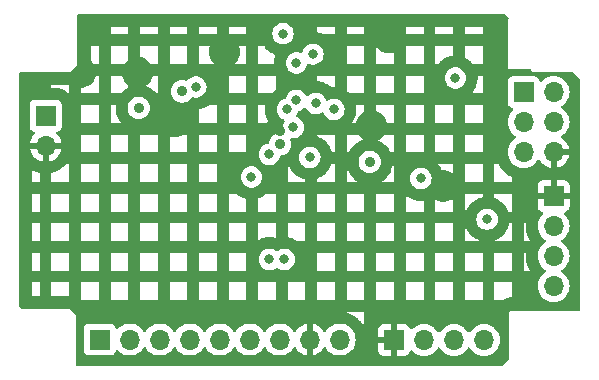
<source format=gbl>
%TF.GenerationSoftware,KiCad,Pcbnew,7.0.11*%
%TF.CreationDate,2024-06-18T14:21:46+05:30*%
%TF.ProjectId,Atmega328p_board,41746d65-6761-4333-9238-705f626f6172,1*%
%TF.SameCoordinates,Original*%
%TF.FileFunction,Copper,L4,Bot*%
%TF.FilePolarity,Positive*%
%FSLAX46Y46*%
G04 Gerber Fmt 4.6, Leading zero omitted, Abs format (unit mm)*
G04 Created by KiCad (PCBNEW 7.0.11) date 2024-06-18 14:21:46*
%MOMM*%
%LPD*%
G01*
G04 APERTURE LIST*
%TA.AperFunction,ComponentPad*%
%ADD10R,1.700000X1.700000*%
%TD*%
%TA.AperFunction,ComponentPad*%
%ADD11O,1.700000X1.700000*%
%TD*%
%TA.AperFunction,ViaPad*%
%ADD12C,0.900000*%
%TD*%
%TA.AperFunction,ViaPad*%
%ADD13C,0.800000*%
%TD*%
G04 APERTURE END LIST*
D10*
%TO.P,J1,1,Pin_1*%
%TO.N,GND*%
X164896800Y-94538800D03*
D11*
%TO.P,J1,2,Pin_2*%
%TO.N,/VCC*%
X164896800Y-97078800D03*
%TO.P,J1,3,Pin_3*%
%TO.N,/SDA*%
X164896800Y-99618800D03*
%TO.P,J1,4,Pin_4*%
%TO.N,/SCK*%
X164896800Y-102158800D03*
%TD*%
D10*
%TO.P,BT1,1,+*%
%TO.N,/VCC*%
X121894600Y-87752000D03*
D11*
%TO.P,BT1,2,-*%
%TO.N,GND*%
X121894600Y-90292000D03*
%TD*%
D10*
%TO.P,J4,1,Pin_1*%
%TO.N,/MISO*%
X162356800Y-85750400D03*
D11*
%TO.P,J4,2,Pin_2*%
%TO.N,/VCC*%
X164896800Y-85750400D03*
%TO.P,J4,3,Pin_3*%
%TO.N,/SCK*%
X162356800Y-88290400D03*
%TO.P,J4,4,Pin_4*%
%TO.N,/MOSI*%
X164896800Y-88290400D03*
%TO.P,J4,5,Pin_5*%
%TO.N,/RESET*%
X162356800Y-90830400D03*
%TO.P,J4,6,Pin_6*%
%TO.N,GND*%
X164896800Y-90830400D03*
%TD*%
D10*
%TO.P,J2,1,Pin_1*%
%TO.N,GND*%
X151384000Y-106730800D03*
D11*
%TO.P,J2,2,Pin_2*%
%TO.N,/VCC*%
X153924000Y-106730800D03*
%TO.P,J2,3,Pin_3*%
%TO.N,/RX*%
X156464000Y-106730800D03*
%TO.P,J2,4,Pin_4*%
%TO.N,/TX*%
X159004000Y-106730800D03*
%TD*%
D10*
%TO.P,J3,1,Pin_1*%
%TO.N,/D2*%
X126466600Y-106705400D03*
D11*
%TO.P,J3,2,Pin_2*%
%TO.N,/D3*%
X129006600Y-106705400D03*
%TO.P,J3,3,Pin_3*%
%TO.N,/D4*%
X131546600Y-106705400D03*
%TO.P,J3,4,Pin_4*%
%TO.N,/D5*%
X134086600Y-106705400D03*
%TO.P,J3,5,Pin_5*%
%TO.N,/D6*%
X136626600Y-106705400D03*
%TO.P,J3,6,Pin_6*%
%TO.N,/D7*%
X139166600Y-106705400D03*
%TO.P,J3,7,Pin_7*%
%TO.N,/D8*%
X141706600Y-106705400D03*
%TO.P,J3,8,Pin_8*%
%TO.N,GND*%
X144246600Y-106705400D03*
%TO.P,J3,9,Pin_9*%
%TO.N,/VCC*%
X146786600Y-106705400D03*
%TD*%
D12*
%TO.N,GND*%
X129667000Y-84074000D03*
X137033000Y-82334600D03*
X151003000Y-81153000D03*
X124841000Y-84074000D03*
X149463800Y-88620600D03*
X141732000Y-89027000D03*
X155559800Y-93700600D03*
X132715000Y-88265000D03*
%TO.N,/VCC*%
X141732000Y-90177003D03*
X129778800Y-87096600D03*
X133461800Y-85699600D03*
X149336800Y-91668600D03*
D13*
%TO.N,Net-(U3-PB6)*%
X140827800Y-91033600D03*
X141986000Y-80802600D03*
X140827800Y-99923600D03*
%TO.N,Net-(U3-PB7)*%
X142097800Y-99923600D03*
X139303800Y-92938600D03*
X144526000Y-82550000D03*
%TO.N,/SDA*%
X144764800Y-86715600D03*
X153654800Y-93065600D03*
X134604800Y-85318600D03*
%TO.N,/SCK*%
X143113800Y-83286600D03*
X156575800Y-84556600D03*
X159266300Y-96528300D03*
%TO.N,/RX*%
X142351800Y-87223600D03*
%TO.N,/TX*%
X142859800Y-88747600D03*
%TO.N,/MISO*%
X146288800Y-87223600D03*
%TO.N,/MOSI*%
X144256800Y-91287600D03*
%TO.N,/RESET*%
X143113800Y-86461600D03*
%TD*%
%TA.AperFunction,Conductor*%
%TO.N,GND*%
G36*
X160797677Y-79140685D02*
G01*
X160818319Y-79157319D01*
X161075319Y-79414319D01*
X161108804Y-79475642D01*
X161103820Y-79545334D01*
X161075319Y-79589681D01*
X161036000Y-79628999D01*
X161036000Y-79629000D01*
X161036000Y-83820000D01*
X162889638Y-83820000D01*
X162956677Y-83839685D01*
X162977319Y-83856319D01*
X163195000Y-84074000D01*
X166445638Y-84074000D01*
X166512677Y-84093685D01*
X166533319Y-84110319D01*
X167095681Y-84672681D01*
X167129166Y-84734004D01*
X167132000Y-84760362D01*
X167132000Y-104143000D01*
X167112315Y-104210039D01*
X167059511Y-104255794D01*
X167008000Y-104267000D01*
X161289999Y-104267000D01*
X161163000Y-104393999D01*
X161163000Y-108279638D01*
X161143315Y-108346677D01*
X161126681Y-108367319D01*
X160564319Y-108929681D01*
X160502996Y-108963166D01*
X160476638Y-108966000D01*
X124584000Y-108966000D01*
X124516961Y-108946315D01*
X124471206Y-108893511D01*
X124460000Y-108842000D01*
X124460000Y-107603270D01*
X125116100Y-107603270D01*
X125116101Y-107603276D01*
X125122508Y-107662883D01*
X125172802Y-107797728D01*
X125172806Y-107797735D01*
X125259052Y-107912944D01*
X125259055Y-107912947D01*
X125374264Y-107999193D01*
X125374271Y-107999197D01*
X125509117Y-108049491D01*
X125509116Y-108049491D01*
X125516044Y-108050235D01*
X125568727Y-108055900D01*
X127364472Y-108055899D01*
X127424083Y-108049491D01*
X127558931Y-107999196D01*
X127674146Y-107912946D01*
X127760396Y-107797731D01*
X127809410Y-107666316D01*
X127851281Y-107610384D01*
X127916745Y-107585966D01*
X127985018Y-107600817D01*
X128013273Y-107621969D01*
X128135199Y-107743895D01*
X128231984Y-107811665D01*
X128328765Y-107879432D01*
X128328767Y-107879433D01*
X128328770Y-107879435D01*
X128542937Y-107979303D01*
X128771192Y-108040463D01*
X128947634Y-108055900D01*
X129006599Y-108061059D01*
X129006600Y-108061059D01*
X129006601Y-108061059D01*
X129065566Y-108055900D01*
X129242008Y-108040463D01*
X129470263Y-107979303D01*
X129684430Y-107879435D01*
X129878001Y-107743895D01*
X130045095Y-107576801D01*
X130175025Y-107391242D01*
X130229602Y-107347617D01*
X130299100Y-107340423D01*
X130361455Y-107371946D01*
X130378175Y-107391242D01*
X130508100Y-107576795D01*
X130508105Y-107576801D01*
X130675199Y-107743895D01*
X130771984Y-107811665D01*
X130868765Y-107879432D01*
X130868767Y-107879433D01*
X130868770Y-107879435D01*
X131082937Y-107979303D01*
X131311192Y-108040463D01*
X131487634Y-108055900D01*
X131546599Y-108061059D01*
X131546600Y-108061059D01*
X131546601Y-108061059D01*
X131605566Y-108055900D01*
X131782008Y-108040463D01*
X132010263Y-107979303D01*
X132224430Y-107879435D01*
X132418001Y-107743895D01*
X132585095Y-107576801D01*
X132715025Y-107391242D01*
X132769602Y-107347617D01*
X132839100Y-107340423D01*
X132901455Y-107371946D01*
X132918175Y-107391242D01*
X133048100Y-107576795D01*
X133048105Y-107576801D01*
X133215199Y-107743895D01*
X133311984Y-107811665D01*
X133408765Y-107879432D01*
X133408767Y-107879433D01*
X133408770Y-107879435D01*
X133622937Y-107979303D01*
X133851192Y-108040463D01*
X134027634Y-108055900D01*
X134086599Y-108061059D01*
X134086600Y-108061059D01*
X134086601Y-108061059D01*
X134145566Y-108055900D01*
X134322008Y-108040463D01*
X134550263Y-107979303D01*
X134764430Y-107879435D01*
X134958001Y-107743895D01*
X135125095Y-107576801D01*
X135255025Y-107391242D01*
X135309602Y-107347617D01*
X135379100Y-107340423D01*
X135441455Y-107371946D01*
X135458175Y-107391242D01*
X135588100Y-107576795D01*
X135588105Y-107576801D01*
X135755199Y-107743895D01*
X135851984Y-107811665D01*
X135948765Y-107879432D01*
X135948767Y-107879433D01*
X135948770Y-107879435D01*
X136162937Y-107979303D01*
X136391192Y-108040463D01*
X136567634Y-108055900D01*
X136626599Y-108061059D01*
X136626600Y-108061059D01*
X136626601Y-108061059D01*
X136685566Y-108055900D01*
X136862008Y-108040463D01*
X137090263Y-107979303D01*
X137304430Y-107879435D01*
X137498001Y-107743895D01*
X137665095Y-107576801D01*
X137795025Y-107391242D01*
X137849602Y-107347617D01*
X137919100Y-107340423D01*
X137981455Y-107371946D01*
X137998175Y-107391242D01*
X138128100Y-107576795D01*
X138128105Y-107576801D01*
X138295199Y-107743895D01*
X138391984Y-107811665D01*
X138488765Y-107879432D01*
X138488767Y-107879433D01*
X138488770Y-107879435D01*
X138702937Y-107979303D01*
X138931192Y-108040463D01*
X139107634Y-108055900D01*
X139166599Y-108061059D01*
X139166600Y-108061059D01*
X139166601Y-108061059D01*
X139225566Y-108055900D01*
X139402008Y-108040463D01*
X139630263Y-107979303D01*
X139844430Y-107879435D01*
X140038001Y-107743895D01*
X140205095Y-107576801D01*
X140335025Y-107391242D01*
X140389602Y-107347617D01*
X140459100Y-107340423D01*
X140521455Y-107371946D01*
X140538175Y-107391242D01*
X140668100Y-107576795D01*
X140668105Y-107576801D01*
X140835199Y-107743895D01*
X140931984Y-107811665D01*
X141028765Y-107879432D01*
X141028767Y-107879433D01*
X141028770Y-107879435D01*
X141242937Y-107979303D01*
X141471192Y-108040463D01*
X141647634Y-108055900D01*
X141706599Y-108061059D01*
X141706600Y-108061059D01*
X141706601Y-108061059D01*
X141765566Y-108055900D01*
X141942008Y-108040463D01*
X142170263Y-107979303D01*
X142384430Y-107879435D01*
X142578001Y-107743895D01*
X142745095Y-107576801D01*
X142875330Y-107390805D01*
X142929907Y-107347181D01*
X142999405Y-107339987D01*
X143061760Y-107371510D01*
X143078479Y-107390805D01*
X143208490Y-107576478D01*
X143375517Y-107743505D01*
X143569021Y-107879000D01*
X143783107Y-107978829D01*
X143783116Y-107978833D01*
X143996600Y-108036034D01*
X143996600Y-107140901D01*
X144104285Y-107190080D01*
X144210837Y-107205400D01*
X144282363Y-107205400D01*
X144388915Y-107190080D01*
X144496600Y-107140901D01*
X144496600Y-108036033D01*
X144710083Y-107978833D01*
X144710092Y-107978829D01*
X144924178Y-107879000D01*
X145117682Y-107743505D01*
X145284705Y-107576482D01*
X145414719Y-107390805D01*
X145469296Y-107347181D01*
X145538795Y-107339988D01*
X145601149Y-107371510D01*
X145617869Y-107390805D01*
X145748105Y-107576801D01*
X145915199Y-107743895D01*
X146011984Y-107811665D01*
X146108765Y-107879432D01*
X146108767Y-107879433D01*
X146108770Y-107879435D01*
X146322937Y-107979303D01*
X146551192Y-108040463D01*
X146727634Y-108055900D01*
X146786599Y-108061059D01*
X146786600Y-108061059D01*
X146786601Y-108061059D01*
X146845566Y-108055900D01*
X147022008Y-108040463D01*
X147250263Y-107979303D01*
X147464430Y-107879435D01*
X147658001Y-107743895D01*
X147773252Y-107628644D01*
X150034000Y-107628644D01*
X150040401Y-107688172D01*
X150040403Y-107688179D01*
X150090645Y-107822886D01*
X150090649Y-107822893D01*
X150176809Y-107937987D01*
X150176812Y-107937990D01*
X150291906Y-108024150D01*
X150291913Y-108024154D01*
X150426620Y-108074396D01*
X150426627Y-108074398D01*
X150486155Y-108080799D01*
X150486172Y-108080800D01*
X151134000Y-108080800D01*
X151134000Y-107166301D01*
X151241685Y-107215480D01*
X151348237Y-107230800D01*
X151419763Y-107230800D01*
X151526315Y-107215480D01*
X151634000Y-107166301D01*
X151634000Y-108080800D01*
X152281828Y-108080800D01*
X152281844Y-108080799D01*
X152341372Y-108074398D01*
X152341379Y-108074396D01*
X152476086Y-108024154D01*
X152476093Y-108024150D01*
X152591187Y-107937990D01*
X152591190Y-107937987D01*
X152677350Y-107822893D01*
X152677354Y-107822886D01*
X152726422Y-107691329D01*
X152768293Y-107635395D01*
X152833757Y-107610978D01*
X152902030Y-107625830D01*
X152930285Y-107646981D01*
X153052599Y-107769295D01*
X153129135Y-107822886D01*
X153246165Y-107904832D01*
X153246167Y-107904833D01*
X153246170Y-107904835D01*
X153460337Y-108004703D01*
X153688592Y-108065863D01*
X153859319Y-108080800D01*
X153923999Y-108086459D01*
X153924000Y-108086459D01*
X153924001Y-108086459D01*
X153988681Y-108080800D01*
X154159408Y-108065863D01*
X154387663Y-108004703D01*
X154601830Y-107904835D01*
X154795401Y-107769295D01*
X154962495Y-107602201D01*
X155092425Y-107416642D01*
X155147002Y-107373017D01*
X155216500Y-107365823D01*
X155278855Y-107397346D01*
X155295575Y-107416642D01*
X155425500Y-107602195D01*
X155425505Y-107602201D01*
X155592599Y-107769295D01*
X155669135Y-107822886D01*
X155786165Y-107904832D01*
X155786167Y-107904833D01*
X155786170Y-107904835D01*
X156000337Y-108004703D01*
X156228592Y-108065863D01*
X156399319Y-108080800D01*
X156463999Y-108086459D01*
X156464000Y-108086459D01*
X156464001Y-108086459D01*
X156528681Y-108080800D01*
X156699408Y-108065863D01*
X156927663Y-108004703D01*
X157141830Y-107904835D01*
X157335401Y-107769295D01*
X157502495Y-107602201D01*
X157632425Y-107416642D01*
X157687002Y-107373017D01*
X157756500Y-107365823D01*
X157818855Y-107397346D01*
X157835575Y-107416642D01*
X157965500Y-107602195D01*
X157965505Y-107602201D01*
X158132599Y-107769295D01*
X158209135Y-107822886D01*
X158326165Y-107904832D01*
X158326167Y-107904833D01*
X158326170Y-107904835D01*
X158540337Y-108004703D01*
X158768592Y-108065863D01*
X158939319Y-108080800D01*
X159003999Y-108086459D01*
X159004000Y-108086459D01*
X159004001Y-108086459D01*
X159068681Y-108080800D01*
X159239408Y-108065863D01*
X159467663Y-108004703D01*
X159681830Y-107904835D01*
X159875401Y-107769295D01*
X160042495Y-107602201D01*
X160178035Y-107408630D01*
X160277903Y-107194463D01*
X160339063Y-106966208D01*
X160359659Y-106730800D01*
X160339063Y-106495392D01*
X160277903Y-106267137D01*
X160178035Y-106052971D01*
X160172425Y-106044958D01*
X160042494Y-105859397D01*
X159875402Y-105692306D01*
X159875395Y-105692301D01*
X159839127Y-105666906D01*
X159798854Y-105638706D01*
X159681834Y-105556767D01*
X159681830Y-105556765D01*
X159661794Y-105547422D01*
X159467663Y-105456897D01*
X159467659Y-105456896D01*
X159467655Y-105456894D01*
X159239413Y-105395738D01*
X159239403Y-105395736D01*
X159004001Y-105375141D01*
X159003999Y-105375141D01*
X158768596Y-105395736D01*
X158768586Y-105395738D01*
X158540344Y-105456894D01*
X158540335Y-105456898D01*
X158326171Y-105556764D01*
X158326169Y-105556765D01*
X158132597Y-105692305D01*
X157965505Y-105859397D01*
X157835575Y-106044958D01*
X157780998Y-106088583D01*
X157711500Y-106095777D01*
X157649145Y-106064254D01*
X157632425Y-106044958D01*
X157502494Y-105859397D01*
X157335402Y-105692306D01*
X157335395Y-105692301D01*
X157299127Y-105666906D01*
X157258854Y-105638706D01*
X157141834Y-105556767D01*
X157141830Y-105556765D01*
X157121794Y-105547422D01*
X156927663Y-105456897D01*
X156927659Y-105456896D01*
X156927655Y-105456894D01*
X156699413Y-105395738D01*
X156699403Y-105395736D01*
X156464001Y-105375141D01*
X156463999Y-105375141D01*
X156228596Y-105395736D01*
X156228586Y-105395738D01*
X156000344Y-105456894D01*
X156000335Y-105456898D01*
X155786171Y-105556764D01*
X155786169Y-105556765D01*
X155592597Y-105692305D01*
X155425505Y-105859397D01*
X155295575Y-106044958D01*
X155240998Y-106088583D01*
X155171500Y-106095777D01*
X155109145Y-106064254D01*
X155092425Y-106044958D01*
X154962494Y-105859397D01*
X154795402Y-105692306D01*
X154795395Y-105692301D01*
X154759127Y-105666906D01*
X154718854Y-105638706D01*
X154601834Y-105556767D01*
X154601830Y-105556765D01*
X154581794Y-105547422D01*
X154387663Y-105456897D01*
X154387659Y-105456896D01*
X154387655Y-105456894D01*
X154159413Y-105395738D01*
X154159403Y-105395736D01*
X153924001Y-105375141D01*
X153923999Y-105375141D01*
X153688596Y-105395736D01*
X153688586Y-105395738D01*
X153460344Y-105456894D01*
X153460335Y-105456898D01*
X153246171Y-105556764D01*
X153246169Y-105556765D01*
X153052600Y-105692303D01*
X152930284Y-105814619D01*
X152868961Y-105848103D01*
X152799269Y-105843119D01*
X152743336Y-105801247D01*
X152726421Y-105770270D01*
X152677354Y-105638713D01*
X152677350Y-105638706D01*
X152591190Y-105523612D01*
X152591187Y-105523609D01*
X152476093Y-105437449D01*
X152476086Y-105437445D01*
X152341379Y-105387203D01*
X152341372Y-105387201D01*
X152281844Y-105380800D01*
X151634000Y-105380800D01*
X151634000Y-106295298D01*
X151526315Y-106246120D01*
X151419763Y-106230800D01*
X151348237Y-106230800D01*
X151241685Y-106246120D01*
X151134000Y-106295298D01*
X151134000Y-105380800D01*
X150486155Y-105380800D01*
X150426627Y-105387201D01*
X150426620Y-105387203D01*
X150291913Y-105437445D01*
X150291906Y-105437449D01*
X150176812Y-105523609D01*
X150176809Y-105523612D01*
X150090649Y-105638706D01*
X150090645Y-105638713D01*
X150040403Y-105773420D01*
X150040401Y-105773427D01*
X150034000Y-105832955D01*
X150034000Y-106480800D01*
X150950314Y-106480800D01*
X150924507Y-106520956D01*
X150884000Y-106658911D01*
X150884000Y-106802689D01*
X150924507Y-106940644D01*
X150950314Y-106980800D01*
X150034000Y-106980800D01*
X150034000Y-107628644D01*
X147773252Y-107628644D01*
X147825095Y-107576801D01*
X147960635Y-107383230D01*
X148060503Y-107169063D01*
X148121663Y-106940808D01*
X148142259Y-106705400D01*
X148121663Y-106469992D01*
X148065066Y-106258767D01*
X148060505Y-106241744D01*
X148060504Y-106241743D01*
X148060503Y-106241737D01*
X147960635Y-106027571D01*
X147955331Y-106019995D01*
X147825094Y-105833997D01*
X147658002Y-105666906D01*
X147657995Y-105666901D01*
X147464434Y-105531367D01*
X147464430Y-105531365D01*
X147447797Y-105523609D01*
X147250263Y-105431497D01*
X147250259Y-105431496D01*
X147250255Y-105431494D01*
X147022013Y-105370338D01*
X147022003Y-105370336D01*
X146786601Y-105349741D01*
X146786599Y-105349741D01*
X146551196Y-105370336D01*
X146551186Y-105370338D01*
X146322944Y-105431494D01*
X146322935Y-105431498D01*
X146108771Y-105531364D01*
X146108769Y-105531365D01*
X145915197Y-105666905D01*
X145748108Y-105833994D01*
X145617869Y-106019995D01*
X145563292Y-106063619D01*
X145493793Y-106070812D01*
X145431439Y-106039290D01*
X145414719Y-106019994D01*
X145284713Y-105834326D01*
X145284708Y-105834320D01*
X145117682Y-105667294D01*
X144924178Y-105531799D01*
X144710092Y-105431970D01*
X144710086Y-105431967D01*
X144496600Y-105374764D01*
X144496600Y-106269898D01*
X144388915Y-106220720D01*
X144282363Y-106205400D01*
X144210837Y-106205400D01*
X144104285Y-106220720D01*
X143996600Y-106269898D01*
X143996600Y-105374764D01*
X143996599Y-105374764D01*
X143783113Y-105431967D01*
X143783107Y-105431970D01*
X143569022Y-105531799D01*
X143569020Y-105531800D01*
X143375526Y-105667286D01*
X143375520Y-105667291D01*
X143208491Y-105834320D01*
X143208490Y-105834322D01*
X143078480Y-106019995D01*
X143023903Y-106063619D01*
X142954404Y-106070812D01*
X142892050Y-106039290D01*
X142875330Y-106019994D01*
X142745094Y-105833997D01*
X142578002Y-105666906D01*
X142577995Y-105666901D01*
X142384434Y-105531367D01*
X142384430Y-105531365D01*
X142367797Y-105523609D01*
X142170263Y-105431497D01*
X142170259Y-105431496D01*
X142170255Y-105431494D01*
X141942013Y-105370338D01*
X141942003Y-105370336D01*
X141706601Y-105349741D01*
X141706599Y-105349741D01*
X141471196Y-105370336D01*
X141471186Y-105370338D01*
X141242944Y-105431494D01*
X141242935Y-105431498D01*
X141028771Y-105531364D01*
X141028769Y-105531365D01*
X140835197Y-105666905D01*
X140668105Y-105833997D01*
X140538175Y-106019558D01*
X140483598Y-106063183D01*
X140414100Y-106070377D01*
X140351745Y-106038854D01*
X140335025Y-106019558D01*
X140205094Y-105833997D01*
X140038002Y-105666906D01*
X140037995Y-105666901D01*
X139844434Y-105531367D01*
X139844430Y-105531365D01*
X139827797Y-105523609D01*
X139630263Y-105431497D01*
X139630259Y-105431496D01*
X139630255Y-105431494D01*
X139402013Y-105370338D01*
X139402003Y-105370336D01*
X139166601Y-105349741D01*
X139166599Y-105349741D01*
X138931196Y-105370336D01*
X138931186Y-105370338D01*
X138702944Y-105431494D01*
X138702935Y-105431498D01*
X138488771Y-105531364D01*
X138488769Y-105531365D01*
X138295197Y-105666905D01*
X138128105Y-105833997D01*
X137998175Y-106019558D01*
X137943598Y-106063183D01*
X137874100Y-106070377D01*
X137811745Y-106038854D01*
X137795025Y-106019558D01*
X137665094Y-105833997D01*
X137498002Y-105666906D01*
X137497995Y-105666901D01*
X137304434Y-105531367D01*
X137304430Y-105531365D01*
X137287797Y-105523609D01*
X137090263Y-105431497D01*
X137090259Y-105431496D01*
X137090255Y-105431494D01*
X136862013Y-105370338D01*
X136862003Y-105370336D01*
X136626601Y-105349741D01*
X136626599Y-105349741D01*
X136391196Y-105370336D01*
X136391186Y-105370338D01*
X136162944Y-105431494D01*
X136162935Y-105431498D01*
X135948771Y-105531364D01*
X135948769Y-105531365D01*
X135755197Y-105666905D01*
X135588105Y-105833997D01*
X135458175Y-106019558D01*
X135403598Y-106063183D01*
X135334100Y-106070377D01*
X135271745Y-106038854D01*
X135255025Y-106019558D01*
X135125094Y-105833997D01*
X134958002Y-105666906D01*
X134957995Y-105666901D01*
X134764434Y-105531367D01*
X134764430Y-105531365D01*
X134747797Y-105523609D01*
X134550263Y-105431497D01*
X134550259Y-105431496D01*
X134550255Y-105431494D01*
X134322013Y-105370338D01*
X134322003Y-105370336D01*
X134086601Y-105349741D01*
X134086599Y-105349741D01*
X133851196Y-105370336D01*
X133851186Y-105370338D01*
X133622944Y-105431494D01*
X133622935Y-105431498D01*
X133408771Y-105531364D01*
X133408769Y-105531365D01*
X133215197Y-105666905D01*
X133048105Y-105833997D01*
X132918175Y-106019558D01*
X132863598Y-106063183D01*
X132794100Y-106070377D01*
X132731745Y-106038854D01*
X132715025Y-106019558D01*
X132585094Y-105833997D01*
X132418002Y-105666906D01*
X132417995Y-105666901D01*
X132224434Y-105531367D01*
X132224430Y-105531365D01*
X132207797Y-105523609D01*
X132010263Y-105431497D01*
X132010259Y-105431496D01*
X132010255Y-105431494D01*
X131782013Y-105370338D01*
X131782003Y-105370336D01*
X131546601Y-105349741D01*
X131546599Y-105349741D01*
X131311196Y-105370336D01*
X131311186Y-105370338D01*
X131082944Y-105431494D01*
X131082935Y-105431498D01*
X130868771Y-105531364D01*
X130868769Y-105531365D01*
X130675197Y-105666905D01*
X130508105Y-105833997D01*
X130378175Y-106019558D01*
X130323598Y-106063183D01*
X130254100Y-106070377D01*
X130191745Y-106038854D01*
X130175025Y-106019558D01*
X130045094Y-105833997D01*
X129878002Y-105666906D01*
X129877995Y-105666901D01*
X129684434Y-105531367D01*
X129684430Y-105531365D01*
X129667797Y-105523609D01*
X129470263Y-105431497D01*
X129470259Y-105431496D01*
X129470255Y-105431494D01*
X129242013Y-105370338D01*
X129242003Y-105370336D01*
X129006601Y-105349741D01*
X129006599Y-105349741D01*
X128771196Y-105370336D01*
X128771186Y-105370338D01*
X128542944Y-105431494D01*
X128542935Y-105431498D01*
X128328771Y-105531364D01*
X128328769Y-105531365D01*
X128135200Y-105666903D01*
X128013273Y-105788830D01*
X127951950Y-105822314D01*
X127882258Y-105817330D01*
X127826325Y-105775458D01*
X127809410Y-105744481D01*
X127760397Y-105613071D01*
X127760393Y-105613064D01*
X127674147Y-105497855D01*
X127674144Y-105497852D01*
X127558935Y-105411606D01*
X127558928Y-105411602D01*
X127424082Y-105361308D01*
X127424083Y-105361308D01*
X127364483Y-105354901D01*
X127364481Y-105354900D01*
X127364473Y-105354900D01*
X127364464Y-105354900D01*
X125568729Y-105354900D01*
X125568723Y-105354901D01*
X125509116Y-105361308D01*
X125374271Y-105411602D01*
X125374264Y-105411606D01*
X125259055Y-105497852D01*
X125259052Y-105497855D01*
X125172806Y-105613064D01*
X125172802Y-105613071D01*
X125122508Y-105747917D01*
X125116101Y-105807516D01*
X125116100Y-105807535D01*
X125116100Y-107603270D01*
X124460000Y-107603270D01*
X124460000Y-104648000D01*
X124181000Y-104369000D01*
X147382000Y-104369000D01*
X147382000Y-104433590D01*
X147529608Y-104473141D01*
X147534805Y-104474656D01*
X147566040Y-104484505D01*
X147571168Y-104486246D01*
X147612100Y-104501147D01*
X147617135Y-104503105D01*
X147647356Y-104515623D01*
X147652308Y-104517802D01*
X147905937Y-104636072D01*
X147910788Y-104638464D01*
X147939809Y-104653571D01*
X147944549Y-104656171D01*
X147982273Y-104677949D01*
X147986902Y-104680758D01*
X148014516Y-104698350D01*
X148019015Y-104701356D01*
X148248278Y-104861888D01*
X148252642Y-104865089D01*
X148278622Y-104885025D01*
X148282843Y-104888412D01*
X148316210Y-104916412D01*
X148320278Y-104919980D01*
X148344394Y-104942080D01*
X148348298Y-104945818D01*
X148546190Y-105143709D01*
X148549930Y-105147616D01*
X148572049Y-105171754D01*
X148575620Y-105175826D01*
X148603618Y-105209195D01*
X148607003Y-105213412D01*
X148626923Y-105239373D01*
X148630121Y-105243735D01*
X148790640Y-105472981D01*
X148793646Y-105477480D01*
X148811228Y-105505079D01*
X148814033Y-105509701D01*
X148835812Y-105547422D01*
X148838414Y-105552165D01*
X148853530Y-105581201D01*
X148855924Y-105586055D01*
X148884000Y-105646263D01*
X148884000Y-104369000D01*
X147382000Y-104369000D01*
X124181000Y-104369000D01*
X123952000Y-104140000D01*
X119939362Y-104140000D01*
X119872323Y-104120315D01*
X119851681Y-104103681D01*
X119670319Y-103922319D01*
X119636834Y-103860996D01*
X119634000Y-103834638D01*
X119634000Y-101869000D01*
X120758000Y-101869000D01*
X120758000Y-103016000D01*
X121384000Y-103016000D01*
X121384000Y-101869000D01*
X122382000Y-101869000D01*
X122382000Y-103016000D01*
X123884000Y-103016000D01*
X123884000Y-101869000D01*
X124882000Y-101869000D01*
X124882000Y-103371000D01*
X126384000Y-103371000D01*
X126384000Y-101869000D01*
X127382000Y-101869000D01*
X127382000Y-103371000D01*
X128884000Y-103371000D01*
X128884000Y-101869000D01*
X129882000Y-101869000D01*
X129882000Y-103371000D01*
X131384000Y-103371000D01*
X131384000Y-101869000D01*
X132382000Y-101869000D01*
X132382000Y-103371000D01*
X133884000Y-103371000D01*
X133884000Y-101869000D01*
X134882000Y-101869000D01*
X134882000Y-103371000D01*
X136384000Y-103371000D01*
X136384000Y-101869000D01*
X137382000Y-101869000D01*
X137382000Y-103371000D01*
X138884000Y-103371000D01*
X138884000Y-101869000D01*
X139882000Y-101869000D01*
X139882000Y-103371000D01*
X141384000Y-103371000D01*
X141384000Y-101869000D01*
X142382000Y-101869000D01*
X142382000Y-103371000D01*
X143884000Y-103371000D01*
X143884000Y-101869000D01*
X144882000Y-101869000D01*
X144882000Y-103371000D01*
X146384000Y-103371000D01*
X146384000Y-101869000D01*
X147382000Y-101869000D01*
X147382000Y-103371000D01*
X148884000Y-103371000D01*
X148884000Y-101869000D01*
X149882000Y-101869000D01*
X149882000Y-103371000D01*
X151384000Y-103371000D01*
X151384000Y-101869000D01*
X152382000Y-101869000D01*
X152382000Y-103371000D01*
X153884000Y-103371000D01*
X153884000Y-101869000D01*
X154882000Y-101869000D01*
X154882000Y-103371000D01*
X156384000Y-103371000D01*
X156384000Y-101869000D01*
X157382000Y-101869000D01*
X157382000Y-103371000D01*
X158884000Y-103371000D01*
X158884000Y-101869000D01*
X159882000Y-101869000D01*
X159882000Y-103371000D01*
X160596425Y-103371000D01*
X160635865Y-103331560D01*
X160676093Y-103304680D01*
X161043635Y-103152439D01*
X161091088Y-103143000D01*
X161384000Y-103143000D01*
X161384000Y-102158800D01*
X163541141Y-102158800D01*
X163561736Y-102394203D01*
X163561738Y-102394213D01*
X163622894Y-102622455D01*
X163622896Y-102622459D01*
X163622897Y-102622463D01*
X163722765Y-102836630D01*
X163722767Y-102836634D01*
X163831081Y-102991321D01*
X163858305Y-103030201D01*
X164025399Y-103197295D01*
X164122184Y-103265065D01*
X164218965Y-103332832D01*
X164218967Y-103332833D01*
X164218970Y-103332835D01*
X164433137Y-103432703D01*
X164661392Y-103493863D01*
X164849718Y-103510339D01*
X164896799Y-103514459D01*
X164896800Y-103514459D01*
X164896801Y-103514459D01*
X164936034Y-103511026D01*
X165132208Y-103493863D01*
X165360463Y-103432703D01*
X165574630Y-103332835D01*
X165768201Y-103197295D01*
X165935295Y-103030201D01*
X166070835Y-102836630D01*
X166170703Y-102622463D01*
X166231863Y-102394208D01*
X166252459Y-102158800D01*
X166231863Y-101923392D01*
X166170703Y-101695137D01*
X166070835Y-101480971D01*
X165935295Y-101287399D01*
X165935294Y-101287397D01*
X165768202Y-101120306D01*
X165768196Y-101120301D01*
X165582642Y-100990375D01*
X165539017Y-100935798D01*
X165531823Y-100866300D01*
X165563346Y-100803945D01*
X165582642Y-100787225D01*
X165696142Y-100707751D01*
X165768201Y-100657295D01*
X165935295Y-100490201D01*
X166070835Y-100296630D01*
X166170703Y-100082463D01*
X166231863Y-99854208D01*
X166252459Y-99618800D01*
X166250553Y-99597020D01*
X166231863Y-99383396D01*
X166231863Y-99383392D01*
X166170703Y-99155137D01*
X166070835Y-98940971D01*
X165935295Y-98747399D01*
X165935294Y-98747397D01*
X165768202Y-98580306D01*
X165768196Y-98580301D01*
X165582642Y-98450375D01*
X165539017Y-98395798D01*
X165531823Y-98326300D01*
X165563346Y-98263945D01*
X165582642Y-98247225D01*
X165652747Y-98198137D01*
X165768201Y-98117295D01*
X165935295Y-97950201D01*
X166070835Y-97756630D01*
X166170703Y-97542463D01*
X166231863Y-97314208D01*
X166252459Y-97078800D01*
X166250553Y-97057020D01*
X166231863Y-96843396D01*
X166231863Y-96843392D01*
X166170703Y-96615137D01*
X166070835Y-96400971D01*
X165935295Y-96207399D01*
X165812979Y-96085083D01*
X165779496Y-96023763D01*
X165784480Y-95954071D01*
X165826351Y-95898137D01*
X165857329Y-95881222D01*
X165988886Y-95832154D01*
X165988893Y-95832150D01*
X166103987Y-95745990D01*
X166103990Y-95745987D01*
X166190150Y-95630893D01*
X166190154Y-95630886D01*
X166240396Y-95496179D01*
X166240398Y-95496172D01*
X166246799Y-95436644D01*
X166246800Y-95436627D01*
X166246800Y-94788800D01*
X165330486Y-94788800D01*
X165356293Y-94748644D01*
X165396800Y-94610689D01*
X165396800Y-94466911D01*
X165356293Y-94328956D01*
X165330486Y-94288800D01*
X166246800Y-94288800D01*
X166246800Y-93640972D01*
X166246799Y-93640955D01*
X166240398Y-93581427D01*
X166240396Y-93581420D01*
X166190154Y-93446713D01*
X166190150Y-93446706D01*
X166103990Y-93331612D01*
X166103987Y-93331609D01*
X165988893Y-93245449D01*
X165988886Y-93245445D01*
X165854179Y-93195203D01*
X165854172Y-93195201D01*
X165794644Y-93188800D01*
X165146800Y-93188800D01*
X165146800Y-94103298D01*
X165039115Y-94054120D01*
X164932563Y-94038800D01*
X164861037Y-94038800D01*
X164754485Y-94054120D01*
X164646800Y-94103298D01*
X164646800Y-93188800D01*
X163998955Y-93188800D01*
X163939427Y-93195201D01*
X163939420Y-93195203D01*
X163804713Y-93245445D01*
X163804706Y-93245449D01*
X163689612Y-93331609D01*
X163689609Y-93331612D01*
X163603449Y-93446706D01*
X163603445Y-93446713D01*
X163553203Y-93581420D01*
X163553201Y-93581427D01*
X163546800Y-93640955D01*
X163546800Y-94288800D01*
X164463114Y-94288800D01*
X164437307Y-94328956D01*
X164396800Y-94466911D01*
X164396800Y-94610689D01*
X164437307Y-94748644D01*
X164463114Y-94788800D01*
X163546800Y-94788800D01*
X163546800Y-95436644D01*
X163553201Y-95496172D01*
X163553203Y-95496179D01*
X163603445Y-95630886D01*
X163603449Y-95630893D01*
X163689609Y-95745987D01*
X163689612Y-95745990D01*
X163804706Y-95832150D01*
X163804713Y-95832154D01*
X163936270Y-95881221D01*
X163992203Y-95923092D01*
X164016621Y-95988556D01*
X164001770Y-96056829D01*
X163980619Y-96085084D01*
X163858303Y-96207400D01*
X163722765Y-96400969D01*
X163722764Y-96400971D01*
X163622898Y-96615135D01*
X163622894Y-96615144D01*
X163561738Y-96843386D01*
X163561736Y-96843396D01*
X163541141Y-97078799D01*
X163541141Y-97078800D01*
X163561736Y-97314203D01*
X163561738Y-97314213D01*
X163622894Y-97542455D01*
X163622896Y-97542459D01*
X163622897Y-97542463D01*
X163722765Y-97756630D01*
X163722767Y-97756634D01*
X163858301Y-97950195D01*
X163858306Y-97950202D01*
X164025397Y-98117293D01*
X164025403Y-98117298D01*
X164210958Y-98247225D01*
X164254583Y-98301802D01*
X164261777Y-98371300D01*
X164230254Y-98433655D01*
X164210958Y-98450375D01*
X164025397Y-98580305D01*
X163858305Y-98747397D01*
X163722765Y-98940969D01*
X163722764Y-98940971D01*
X163622898Y-99155135D01*
X163622894Y-99155144D01*
X163561738Y-99383386D01*
X163561736Y-99383396D01*
X163541141Y-99618799D01*
X163541141Y-99618800D01*
X163561736Y-99854203D01*
X163561738Y-99854213D01*
X163622894Y-100082455D01*
X163622896Y-100082459D01*
X163622897Y-100082463D01*
X163636605Y-100111859D01*
X163722765Y-100296630D01*
X163722767Y-100296634D01*
X163858301Y-100490195D01*
X163858306Y-100490202D01*
X164025397Y-100657293D01*
X164025403Y-100657298D01*
X164210958Y-100787225D01*
X164254583Y-100841802D01*
X164261777Y-100911300D01*
X164230254Y-100973655D01*
X164210958Y-100990375D01*
X164025397Y-101120305D01*
X163858305Y-101287397D01*
X163722765Y-101480969D01*
X163722764Y-101480971D01*
X163622898Y-101695135D01*
X163622894Y-101695144D01*
X163561738Y-101923386D01*
X163561736Y-101923396D01*
X163541141Y-102158799D01*
X163541141Y-102158800D01*
X161384000Y-102158800D01*
X161384000Y-101869000D01*
X159882000Y-101869000D01*
X158884000Y-101869000D01*
X157382000Y-101869000D01*
X156384000Y-101869000D01*
X154882000Y-101869000D01*
X153884000Y-101869000D01*
X152382000Y-101869000D01*
X151384000Y-101869000D01*
X149882000Y-101869000D01*
X148884000Y-101869000D01*
X147382000Y-101869000D01*
X146384000Y-101869000D01*
X144882000Y-101869000D01*
X143884000Y-101869000D01*
X142382000Y-101869000D01*
X141384000Y-101869000D01*
X139882000Y-101869000D01*
X138884000Y-101869000D01*
X137382000Y-101869000D01*
X136384000Y-101869000D01*
X134882000Y-101869000D01*
X133884000Y-101869000D01*
X132382000Y-101869000D01*
X131384000Y-101869000D01*
X129882000Y-101869000D01*
X128884000Y-101869000D01*
X127382000Y-101869000D01*
X126384000Y-101869000D01*
X124882000Y-101869000D01*
X123884000Y-101869000D01*
X122382000Y-101869000D01*
X121384000Y-101869000D01*
X120758000Y-101869000D01*
X119634000Y-101869000D01*
X119634000Y-99369000D01*
X120758000Y-99369000D01*
X120758000Y-100871000D01*
X121384000Y-100871000D01*
X121384000Y-99369000D01*
X122382000Y-99369000D01*
X122382000Y-100871000D01*
X123884000Y-100871000D01*
X123884000Y-99369000D01*
X124882000Y-99369000D01*
X124882000Y-100871000D01*
X126384000Y-100871000D01*
X126384000Y-99369000D01*
X127382000Y-99369000D01*
X127382000Y-100871000D01*
X128884000Y-100871000D01*
X128884000Y-99369000D01*
X129882000Y-99369000D01*
X129882000Y-100871000D01*
X131384000Y-100871000D01*
X131384000Y-99369000D01*
X132382000Y-99369000D01*
X132382000Y-100871000D01*
X133884000Y-100871000D01*
X133884000Y-99369000D01*
X134882000Y-99369000D01*
X134882000Y-100871000D01*
X136384000Y-100871000D01*
X136384000Y-99369000D01*
X137382000Y-99369000D01*
X137382000Y-100871000D01*
X138884000Y-100871000D01*
X138884000Y-99923600D01*
X139922340Y-99923600D01*
X139942126Y-100111856D01*
X139942127Y-100111859D01*
X140000618Y-100291877D01*
X140000621Y-100291884D01*
X140095267Y-100455816D01*
X140192800Y-100564137D01*
X140221929Y-100596488D01*
X140375065Y-100707748D01*
X140375070Y-100707751D01*
X140547992Y-100784742D01*
X140547997Y-100784744D01*
X140733154Y-100824100D01*
X140733155Y-100824100D01*
X140922444Y-100824100D01*
X140922446Y-100824100D01*
X141107603Y-100784744D01*
X141280530Y-100707751D01*
X141389917Y-100628276D01*
X141455720Y-100604798D01*
X141523774Y-100620623D01*
X141535671Y-100628268D01*
X141645066Y-100707748D01*
X141645070Y-100707751D01*
X141817992Y-100784742D01*
X141817997Y-100784744D01*
X142003154Y-100824100D01*
X142003155Y-100824100D01*
X142192444Y-100824100D01*
X142192446Y-100824100D01*
X142377603Y-100784744D01*
X142550530Y-100707751D01*
X142703671Y-100596488D01*
X142830333Y-100455816D01*
X142924979Y-100291884D01*
X142983474Y-100111856D01*
X143003260Y-99923600D01*
X142983474Y-99735344D01*
X142924979Y-99555316D01*
X142830333Y-99391384D01*
X142810178Y-99369000D01*
X144882000Y-99369000D01*
X144882000Y-100871000D01*
X146384000Y-100871000D01*
X146384000Y-99369000D01*
X147382000Y-99369000D01*
X147382000Y-100871000D01*
X148884000Y-100871000D01*
X148884000Y-99369000D01*
X149882000Y-99369000D01*
X149882000Y-100871000D01*
X151384000Y-100871000D01*
X151384000Y-99369000D01*
X152382000Y-99369000D01*
X152382000Y-100871000D01*
X153884000Y-100871000D01*
X153884000Y-99369000D01*
X154882000Y-99369000D01*
X154882000Y-100871000D01*
X156384000Y-100871000D01*
X156384000Y-99369000D01*
X157382000Y-99369000D01*
X157382000Y-100871000D01*
X158884000Y-100871000D01*
X158884000Y-99369000D01*
X159882000Y-99369000D01*
X159882000Y-100871000D01*
X161384000Y-100871000D01*
X161384000Y-99369000D01*
X162382000Y-99369000D01*
X162382000Y-100871000D01*
X162906611Y-100871000D01*
X162892757Y-100851215D01*
X162889750Y-100846716D01*
X162872158Y-100819102D01*
X162869349Y-100814473D01*
X162847571Y-100776749D01*
X162844971Y-100772009D01*
X162829864Y-100742988D01*
X162827472Y-100738137D01*
X162709202Y-100484508D01*
X162707023Y-100479556D01*
X162694505Y-100449335D01*
X162692547Y-100444300D01*
X162677646Y-100403368D01*
X162675905Y-100398240D01*
X162666056Y-100367005D01*
X162664541Y-100361808D01*
X162592105Y-100091466D01*
X162590819Y-100086212D01*
X162583734Y-100054254D01*
X162582679Y-100048946D01*
X162575116Y-100006051D01*
X162574293Y-100000704D01*
X162570022Y-99968261D01*
X162569433Y-99962884D01*
X162545041Y-99684087D01*
X162544687Y-99678690D01*
X162543259Y-99645990D01*
X162543141Y-99640580D01*
X162543141Y-99597020D01*
X162543259Y-99591610D01*
X162544687Y-99558910D01*
X162545041Y-99553513D01*
X162561184Y-99369000D01*
X162382000Y-99369000D01*
X161384000Y-99369000D01*
X159882000Y-99369000D01*
X158884000Y-99369000D01*
X157382000Y-99369000D01*
X156384000Y-99369000D01*
X154882000Y-99369000D01*
X153884000Y-99369000D01*
X152382000Y-99369000D01*
X151384000Y-99369000D01*
X149882000Y-99369000D01*
X148884000Y-99369000D01*
X147382000Y-99369000D01*
X146384000Y-99369000D01*
X144882000Y-99369000D01*
X142810178Y-99369000D01*
X142703671Y-99250712D01*
X142692232Y-99242401D01*
X142550534Y-99139451D01*
X142550529Y-99139448D01*
X142377607Y-99062457D01*
X142377602Y-99062455D01*
X142231801Y-99031465D01*
X142192446Y-99023100D01*
X142003154Y-99023100D01*
X141970697Y-99029998D01*
X141817997Y-99062455D01*
X141817992Y-99062457D01*
X141645070Y-99139448D01*
X141645065Y-99139451D01*
X141535685Y-99218921D01*
X141469879Y-99242401D01*
X141401825Y-99226575D01*
X141389915Y-99218921D01*
X141280534Y-99139451D01*
X141280529Y-99139448D01*
X141107607Y-99062457D01*
X141107602Y-99062455D01*
X140961801Y-99031465D01*
X140922446Y-99023100D01*
X140733154Y-99023100D01*
X140700697Y-99029998D01*
X140547997Y-99062455D01*
X140547992Y-99062457D01*
X140375070Y-99139448D01*
X140375065Y-99139451D01*
X140221929Y-99250711D01*
X140095266Y-99391385D01*
X140000621Y-99555315D01*
X140000618Y-99555322D01*
X139942127Y-99735340D01*
X139942126Y-99735344D01*
X139922340Y-99923600D01*
X138884000Y-99923600D01*
X138884000Y-99369000D01*
X137382000Y-99369000D01*
X136384000Y-99369000D01*
X134882000Y-99369000D01*
X133884000Y-99369000D01*
X132382000Y-99369000D01*
X131384000Y-99369000D01*
X129882000Y-99369000D01*
X128884000Y-99369000D01*
X127382000Y-99369000D01*
X126384000Y-99369000D01*
X124882000Y-99369000D01*
X123884000Y-99369000D01*
X122382000Y-99369000D01*
X121384000Y-99369000D01*
X120758000Y-99369000D01*
X119634000Y-99369000D01*
X119634000Y-96869000D01*
X120758000Y-96869000D01*
X120758000Y-98371000D01*
X121384000Y-98371000D01*
X121384000Y-96869000D01*
X122382000Y-96869000D01*
X122382000Y-98371000D01*
X123884000Y-98371000D01*
X123884000Y-96869000D01*
X124882000Y-96869000D01*
X124882000Y-98371000D01*
X126384000Y-98371000D01*
X126384000Y-96869000D01*
X127382000Y-96869000D01*
X127382000Y-98371000D01*
X128884000Y-98371000D01*
X128884000Y-96869000D01*
X129882000Y-96869000D01*
X129882000Y-98371000D01*
X131384000Y-98371000D01*
X131384000Y-96869000D01*
X132382000Y-96869000D01*
X132382000Y-98371000D01*
X133884000Y-98371000D01*
X133884000Y-96869000D01*
X134882000Y-96869000D01*
X134882000Y-98371000D01*
X136384000Y-98371000D01*
X136384000Y-96869000D01*
X137382000Y-96869000D01*
X137382000Y-98371000D01*
X138884000Y-98371000D01*
X138884000Y-96869000D01*
X139882000Y-96869000D01*
X139882000Y-98271732D01*
X139898730Y-98262074D01*
X139904436Y-98258976D01*
X139939417Y-98241154D01*
X139945272Y-98238362D01*
X140165951Y-98140107D01*
X140171948Y-98137623D01*
X140208629Y-98123542D01*
X140214754Y-98121373D01*
X140264474Y-98105220D01*
X140270695Y-98103377D01*
X140308628Y-98093213D01*
X140314940Y-98091698D01*
X140551220Y-98041476D01*
X140557603Y-98040293D01*
X140596382Y-98034151D01*
X140602812Y-98033304D01*
X140654800Y-98027837D01*
X140661277Y-98027327D01*
X140700517Y-98025270D01*
X140707008Y-98025100D01*
X140948592Y-98025100D01*
X140955083Y-98025270D01*
X140994323Y-98027327D01*
X141000800Y-98027837D01*
X141052788Y-98033304D01*
X141059218Y-98034151D01*
X141097997Y-98040293D01*
X141104380Y-98041476D01*
X141340660Y-98091698D01*
X141346972Y-98093213D01*
X141384000Y-98103134D01*
X141384000Y-96869000D01*
X142382000Y-96869000D01*
X142382000Y-98043095D01*
X142610660Y-98091698D01*
X142616972Y-98093213D01*
X142654905Y-98103377D01*
X142661126Y-98105220D01*
X142710846Y-98121373D01*
X142716971Y-98123542D01*
X142753652Y-98137623D01*
X142759649Y-98140107D01*
X142980328Y-98238362D01*
X142986183Y-98241154D01*
X143021164Y-98258976D01*
X143026870Y-98262074D01*
X143072142Y-98288210D01*
X143077677Y-98291602D01*
X143110634Y-98313003D01*
X143115987Y-98316682D01*
X143190749Y-98371000D01*
X143884000Y-98371000D01*
X143884000Y-96869000D01*
X144882000Y-96869000D01*
X144882000Y-98371000D01*
X146384000Y-98371000D01*
X146384000Y-96869000D01*
X147382000Y-96869000D01*
X147382000Y-98371000D01*
X148884000Y-98371000D01*
X148884000Y-96869000D01*
X149882000Y-96869000D01*
X149882000Y-98371000D01*
X151384000Y-98371000D01*
X151384000Y-96869000D01*
X152382000Y-96869000D01*
X152382000Y-98371000D01*
X153884000Y-98371000D01*
X153884000Y-96869000D01*
X154882000Y-96869000D01*
X154882000Y-98371000D01*
X156384000Y-98371000D01*
X156384000Y-96869000D01*
X157382000Y-96869000D01*
X157382000Y-98371000D01*
X158804243Y-98371000D01*
X159882000Y-98371000D01*
X161384000Y-98371000D01*
X161384000Y-96869000D01*
X162382000Y-96869000D01*
X162382000Y-98371000D01*
X162903530Y-98371000D01*
X162919074Y-98348799D01*
X162892757Y-98311215D01*
X162889750Y-98306716D01*
X162872158Y-98279102D01*
X162869349Y-98274473D01*
X162847571Y-98236749D01*
X162844971Y-98232009D01*
X162829864Y-98202988D01*
X162827472Y-98198137D01*
X162709202Y-97944508D01*
X162707023Y-97939556D01*
X162694505Y-97909335D01*
X162692547Y-97904300D01*
X162677646Y-97863368D01*
X162675905Y-97858240D01*
X162666056Y-97827005D01*
X162664541Y-97821808D01*
X162592105Y-97551466D01*
X162590819Y-97546212D01*
X162583734Y-97514254D01*
X162582679Y-97508946D01*
X162575116Y-97466051D01*
X162574293Y-97460704D01*
X162570022Y-97428261D01*
X162569433Y-97422884D01*
X162545041Y-97144087D01*
X162544687Y-97138690D01*
X162543259Y-97105990D01*
X162543141Y-97100580D01*
X162543141Y-97057020D01*
X162543259Y-97051610D01*
X162544687Y-97018910D01*
X162545041Y-97013513D01*
X162557684Y-96869000D01*
X162382000Y-96869000D01*
X161384000Y-96869000D01*
X161138441Y-96869000D01*
X161134786Y-96892081D01*
X161133603Y-96898461D01*
X161122736Y-96949596D01*
X161121220Y-96955912D01*
X161111051Y-96993865D01*
X161109207Y-97000091D01*
X161034553Y-97229852D01*
X161032384Y-97235976D01*
X161018299Y-97272665D01*
X161015814Y-97278664D01*
X160994549Y-97326419D01*
X160991755Y-97332276D01*
X160973932Y-97367253D01*
X160970837Y-97372954D01*
X160850057Y-97582154D01*
X160846664Y-97587691D01*
X160825265Y-97620642D01*
X160821586Y-97625995D01*
X160790857Y-97668287D01*
X160786906Y-97673436D01*
X160762192Y-97703954D01*
X160757977Y-97708888D01*
X160596338Y-97888406D01*
X160591869Y-97893115D01*
X160564093Y-97920891D01*
X160559383Y-97925361D01*
X160520535Y-97960339D01*
X160515602Y-97964553D01*
X160485079Y-97989271D01*
X160479926Y-97993224D01*
X160284487Y-98135218D01*
X160279134Y-98138897D01*
X160246177Y-98160298D01*
X160240642Y-98163690D01*
X160195370Y-98189826D01*
X160189664Y-98192924D01*
X160154683Y-98210746D01*
X160148828Y-98213538D01*
X159928149Y-98311793D01*
X159922152Y-98314277D01*
X159885471Y-98328358D01*
X159882000Y-98329587D01*
X159882000Y-98371000D01*
X158804243Y-98371000D01*
X158753441Y-98360202D01*
X158747128Y-98358687D01*
X158709195Y-98348523D01*
X158702974Y-98346680D01*
X158653254Y-98330527D01*
X158647129Y-98328358D01*
X158610448Y-98314277D01*
X158604451Y-98311793D01*
X158383772Y-98213538D01*
X158377917Y-98210746D01*
X158342936Y-98192924D01*
X158337230Y-98189826D01*
X158291958Y-98163690D01*
X158286423Y-98160298D01*
X158253466Y-98138897D01*
X158248113Y-98135218D01*
X158052674Y-97993224D01*
X158047521Y-97989271D01*
X158016998Y-97964553D01*
X158012065Y-97960339D01*
X157973217Y-97925361D01*
X157968507Y-97920891D01*
X157940731Y-97893115D01*
X157936262Y-97888406D01*
X157774623Y-97708888D01*
X157770408Y-97703954D01*
X157745694Y-97673436D01*
X157741743Y-97668287D01*
X157711014Y-97625995D01*
X157707335Y-97620642D01*
X157685936Y-97587691D01*
X157682543Y-97582154D01*
X157561763Y-97372954D01*
X157558668Y-97367253D01*
X157540845Y-97332276D01*
X157538051Y-97326419D01*
X157516786Y-97278664D01*
X157514301Y-97272665D01*
X157500216Y-97235976D01*
X157498047Y-97229852D01*
X157423393Y-97000091D01*
X157421549Y-96993865D01*
X157411380Y-96955912D01*
X157409864Y-96949596D01*
X157398997Y-96898461D01*
X157397814Y-96892081D01*
X157394159Y-96869000D01*
X157382000Y-96869000D01*
X156384000Y-96869000D01*
X154882000Y-96869000D01*
X153884000Y-96869000D01*
X152382000Y-96869000D01*
X151384000Y-96869000D01*
X149882000Y-96869000D01*
X148884000Y-96869000D01*
X147382000Y-96869000D01*
X146384000Y-96869000D01*
X144882000Y-96869000D01*
X143884000Y-96869000D01*
X142382000Y-96869000D01*
X141384000Y-96869000D01*
X139882000Y-96869000D01*
X138884000Y-96869000D01*
X137382000Y-96869000D01*
X136384000Y-96869000D01*
X134882000Y-96869000D01*
X133884000Y-96869000D01*
X132382000Y-96869000D01*
X131384000Y-96869000D01*
X129882000Y-96869000D01*
X128884000Y-96869000D01*
X127382000Y-96869000D01*
X126384000Y-96869000D01*
X124882000Y-96869000D01*
X123884000Y-96869000D01*
X122382000Y-96869000D01*
X121384000Y-96869000D01*
X120758000Y-96869000D01*
X119634000Y-96869000D01*
X119634000Y-96528300D01*
X158360840Y-96528300D01*
X158380626Y-96716556D01*
X158380627Y-96716559D01*
X158439118Y-96896577D01*
X158439121Y-96896584D01*
X158533767Y-97060516D01*
X158609015Y-97144087D01*
X158660429Y-97201188D01*
X158813565Y-97312448D01*
X158813570Y-97312451D01*
X158986492Y-97389442D01*
X158986497Y-97389444D01*
X159171654Y-97428800D01*
X159171655Y-97428800D01*
X159360944Y-97428800D01*
X159360946Y-97428800D01*
X159546103Y-97389444D01*
X159719030Y-97312451D01*
X159872171Y-97201188D01*
X159998833Y-97060516D01*
X160093479Y-96896584D01*
X160151974Y-96716556D01*
X160171760Y-96528300D01*
X160151974Y-96340044D01*
X160093479Y-96160016D01*
X159998833Y-95996084D01*
X159872171Y-95855412D01*
X159872170Y-95855411D01*
X159719034Y-95744151D01*
X159719029Y-95744148D01*
X159546107Y-95667157D01*
X159546102Y-95667155D01*
X159400301Y-95636165D01*
X159360946Y-95627800D01*
X159171654Y-95627800D01*
X159139197Y-95634698D01*
X158986497Y-95667155D01*
X158986492Y-95667157D01*
X158813570Y-95744148D01*
X158813565Y-95744151D01*
X158660429Y-95855411D01*
X158533766Y-95996085D01*
X158439121Y-96160015D01*
X158439118Y-96160022D01*
X158380627Y-96340040D01*
X158380626Y-96340044D01*
X158360840Y-96528300D01*
X119634000Y-96528300D01*
X119634000Y-94369000D01*
X120758000Y-94369000D01*
X120758000Y-95871000D01*
X121384000Y-95871000D01*
X121384000Y-94369000D01*
X122382000Y-94369000D01*
X122382000Y-95871000D01*
X123884000Y-95871000D01*
X123884000Y-94369000D01*
X124882000Y-94369000D01*
X124882000Y-95871000D01*
X126384000Y-95871000D01*
X126384000Y-94369000D01*
X127382000Y-94369000D01*
X127382000Y-95871000D01*
X128884000Y-95871000D01*
X128884000Y-94369000D01*
X129882000Y-94369000D01*
X129882000Y-95871000D01*
X131384000Y-95871000D01*
X131384000Y-94369000D01*
X132382000Y-94369000D01*
X132382000Y-95871000D01*
X133884000Y-95871000D01*
X133884000Y-94369000D01*
X134882000Y-94369000D01*
X134882000Y-95871000D01*
X136384000Y-95871000D01*
X136384000Y-94369000D01*
X137382000Y-94369000D01*
X137382000Y-95871000D01*
X138884000Y-95871000D01*
X139882000Y-95871000D01*
X141384000Y-95871000D01*
X141384000Y-94369000D01*
X142382000Y-94369000D01*
X142382000Y-95871000D01*
X143884000Y-95871000D01*
X143884000Y-94369000D01*
X144882000Y-94369000D01*
X144882000Y-95871000D01*
X146384000Y-95871000D01*
X146384000Y-94369000D01*
X147382000Y-94369000D01*
X147382000Y-95871000D01*
X148884000Y-95871000D01*
X148884000Y-94369000D01*
X149882000Y-94369000D01*
X149882000Y-95871000D01*
X151384000Y-95871000D01*
X151384000Y-94480923D01*
X152382000Y-94480923D01*
X152382000Y-95871000D01*
X153884000Y-95871000D01*
X154882000Y-95871000D01*
X156384000Y-95871000D01*
X156384000Y-94740830D01*
X156369598Y-94753960D01*
X156351338Y-94767750D01*
X156162256Y-94884825D01*
X156141772Y-94895025D01*
X155934396Y-94975363D01*
X155912387Y-94981625D01*
X155693781Y-95022489D01*
X155670996Y-95024600D01*
X155448604Y-95024600D01*
X155425819Y-95022489D01*
X155207213Y-94981625D01*
X155185204Y-94975363D01*
X154977828Y-94895025D01*
X154957344Y-94884825D01*
X154882000Y-94838173D01*
X154882000Y-95871000D01*
X153884000Y-95871000D01*
X153884000Y-94955341D01*
X153879788Y-94955896D01*
X153827800Y-94961363D01*
X153821323Y-94961873D01*
X153782083Y-94963930D01*
X153775592Y-94964100D01*
X153534008Y-94964100D01*
X153527517Y-94963930D01*
X153488277Y-94961873D01*
X153481800Y-94961363D01*
X153429812Y-94955896D01*
X153423382Y-94955049D01*
X153384603Y-94948907D01*
X153378220Y-94947724D01*
X153141940Y-94897502D01*
X153135628Y-94895987D01*
X153097695Y-94885823D01*
X153091474Y-94883980D01*
X153041754Y-94867827D01*
X153035629Y-94865658D01*
X152998948Y-94851577D01*
X152992951Y-94849093D01*
X152772272Y-94750838D01*
X152766417Y-94748046D01*
X152731436Y-94730224D01*
X152725730Y-94727126D01*
X152680458Y-94700990D01*
X152674923Y-94697598D01*
X152641966Y-94676197D01*
X152636613Y-94672518D01*
X152441174Y-94530524D01*
X152436021Y-94526571D01*
X152405498Y-94501853D01*
X152400565Y-94497639D01*
X152382000Y-94480923D01*
X151384000Y-94480923D01*
X151384000Y-94369000D01*
X157382000Y-94369000D01*
X157382000Y-95871000D01*
X157483669Y-95871000D01*
X157498047Y-95826748D01*
X157500216Y-95820624D01*
X157514301Y-95783935D01*
X157516786Y-95777936D01*
X157538051Y-95730181D01*
X157540845Y-95724324D01*
X157558668Y-95689347D01*
X157561763Y-95683646D01*
X157682543Y-95474446D01*
X157685936Y-95468909D01*
X157707335Y-95435958D01*
X157711014Y-95430605D01*
X157741743Y-95388313D01*
X157745694Y-95383164D01*
X157770408Y-95352646D01*
X157774623Y-95347712D01*
X157936262Y-95168194D01*
X157940731Y-95163485D01*
X157968507Y-95135709D01*
X157973217Y-95131239D01*
X158012065Y-95096261D01*
X158016998Y-95092047D01*
X158047521Y-95067329D01*
X158052674Y-95063376D01*
X158248113Y-94921382D01*
X158253466Y-94917703D01*
X158286423Y-94896302D01*
X158291958Y-94892910D01*
X158337230Y-94866774D01*
X158342936Y-94863676D01*
X158377917Y-94845854D01*
X158383772Y-94843062D01*
X158604451Y-94744807D01*
X158610448Y-94742323D01*
X158647129Y-94728242D01*
X158653254Y-94726073D01*
X158702974Y-94709920D01*
X158709195Y-94708077D01*
X158747128Y-94697913D01*
X158753440Y-94696398D01*
X158884000Y-94668646D01*
X158884000Y-94369000D01*
X159882000Y-94369000D01*
X159882000Y-94727012D01*
X159885471Y-94728242D01*
X159922152Y-94742323D01*
X159928149Y-94744807D01*
X160148828Y-94843062D01*
X160154683Y-94845854D01*
X160189664Y-94863676D01*
X160195370Y-94866774D01*
X160240642Y-94892910D01*
X160246177Y-94896302D01*
X160279134Y-94917703D01*
X160284487Y-94921382D01*
X160479926Y-95063376D01*
X160485079Y-95067329D01*
X160515602Y-95092047D01*
X160520535Y-95096261D01*
X160559383Y-95131239D01*
X160564093Y-95135709D01*
X160591869Y-95163485D01*
X160596338Y-95168194D01*
X160757977Y-95347712D01*
X160762192Y-95352646D01*
X160786906Y-95383164D01*
X160790857Y-95388313D01*
X160821586Y-95430605D01*
X160825265Y-95435958D01*
X160846664Y-95468909D01*
X160850057Y-95474446D01*
X160970837Y-95683646D01*
X160973932Y-95689347D01*
X160991755Y-95724324D01*
X160994549Y-95730181D01*
X161015814Y-95777936D01*
X161018299Y-95783935D01*
X161032384Y-95820624D01*
X161034553Y-95826748D01*
X161048931Y-95871000D01*
X161384000Y-95871000D01*
X161384000Y-94369000D01*
X159882000Y-94369000D01*
X158884000Y-94369000D01*
X157382000Y-94369000D01*
X151384000Y-94369000D01*
X149882000Y-94369000D01*
X148884000Y-94369000D01*
X147382000Y-94369000D01*
X146384000Y-94369000D01*
X144882000Y-94369000D01*
X143884000Y-94369000D01*
X142382000Y-94369000D01*
X141384000Y-94369000D01*
X140559855Y-94369000D01*
X140558035Y-94370639D01*
X140553102Y-94374853D01*
X140522579Y-94399571D01*
X140517426Y-94403524D01*
X140321987Y-94545518D01*
X140316634Y-94549197D01*
X140283677Y-94570598D01*
X140278142Y-94573990D01*
X140232870Y-94600126D01*
X140227164Y-94603224D01*
X140192183Y-94621046D01*
X140186328Y-94623838D01*
X139965649Y-94722093D01*
X139959652Y-94724577D01*
X139922971Y-94738658D01*
X139916846Y-94740827D01*
X139882000Y-94752147D01*
X139882000Y-95871000D01*
X138884000Y-95871000D01*
X138884000Y-94790282D01*
X138790941Y-94770503D01*
X138784628Y-94768987D01*
X138746695Y-94758823D01*
X138740474Y-94756980D01*
X138690754Y-94740827D01*
X138684629Y-94738658D01*
X138647948Y-94724577D01*
X138641951Y-94722093D01*
X138421272Y-94623838D01*
X138415417Y-94621046D01*
X138380436Y-94603224D01*
X138374730Y-94600126D01*
X138329458Y-94573990D01*
X138323923Y-94570598D01*
X138290966Y-94549197D01*
X138285613Y-94545518D01*
X138090174Y-94403524D01*
X138085021Y-94399571D01*
X138054498Y-94374853D01*
X138049565Y-94370639D01*
X138047745Y-94369000D01*
X137382000Y-94369000D01*
X136384000Y-94369000D01*
X134882000Y-94369000D01*
X133884000Y-94369000D01*
X132382000Y-94369000D01*
X131384000Y-94369000D01*
X129882000Y-94369000D01*
X128884000Y-94369000D01*
X127382000Y-94369000D01*
X126384000Y-94369000D01*
X124882000Y-94369000D01*
X123884000Y-94369000D01*
X122382000Y-94369000D01*
X121384000Y-94369000D01*
X120758000Y-94369000D01*
X119634000Y-94369000D01*
X119634000Y-92351909D01*
X120758000Y-92351909D01*
X120758000Y-93371000D01*
X121384000Y-93371000D01*
X122382000Y-93371000D01*
X123884000Y-93371000D01*
X123884000Y-91869000D01*
X124882000Y-91869000D01*
X124882000Y-93371000D01*
X126384000Y-93371000D01*
X126384000Y-91869000D01*
X127382000Y-91869000D01*
X127382000Y-93371000D01*
X128884000Y-93371000D01*
X128884000Y-91869000D01*
X129882000Y-91869000D01*
X129882000Y-93371000D01*
X131384000Y-93371000D01*
X131384000Y-91869000D01*
X132382000Y-91869000D01*
X132382000Y-93371000D01*
X133884000Y-93371000D01*
X133884000Y-91869000D01*
X134882000Y-91869000D01*
X134882000Y-93371000D01*
X136384000Y-93371000D01*
X136384000Y-92938600D01*
X138398340Y-92938600D01*
X138418126Y-93126856D01*
X138418127Y-93126859D01*
X138476618Y-93306877D01*
X138476621Y-93306884D01*
X138571267Y-93470816D01*
X138670856Y-93581420D01*
X138697929Y-93611488D01*
X138851065Y-93722748D01*
X138851070Y-93722751D01*
X139023992Y-93799742D01*
X139023997Y-93799744D01*
X139209154Y-93839100D01*
X139209155Y-93839100D01*
X139398444Y-93839100D01*
X139398446Y-93839100D01*
X139583603Y-93799744D01*
X139756530Y-93722751D01*
X139909671Y-93611488D01*
X140036333Y-93470816D01*
X140093962Y-93371000D01*
X142382000Y-93371000D01*
X143884000Y-93371000D01*
X144882000Y-93371000D01*
X146384000Y-93371000D01*
X146384000Y-91869000D01*
X147382000Y-91869000D01*
X147382000Y-93371000D01*
X148388306Y-93371000D01*
X150285294Y-93371000D01*
X151384000Y-93371000D01*
X151384000Y-93065600D01*
X152749340Y-93065600D01*
X152769126Y-93253856D01*
X152769127Y-93253859D01*
X152827618Y-93433877D01*
X152827621Y-93433884D01*
X152922267Y-93597816D01*
X153034757Y-93722748D01*
X153048929Y-93738488D01*
X153202065Y-93849748D01*
X153202070Y-93849751D01*
X153374992Y-93926742D01*
X153374997Y-93926744D01*
X153560154Y-93966100D01*
X153560155Y-93966100D01*
X153749444Y-93966100D01*
X153749446Y-93966100D01*
X153934603Y-93926744D01*
X154107530Y-93849751D01*
X154260671Y-93738488D01*
X154387333Y-93597816D01*
X154481979Y-93433884D01*
X154540474Y-93253856D01*
X154560260Y-93065600D01*
X154540474Y-92877344D01*
X154481979Y-92697316D01*
X154387333Y-92533384D01*
X154260671Y-92392712D01*
X154253756Y-92387688D01*
X154107534Y-92281451D01*
X154107529Y-92281448D01*
X153934607Y-92204457D01*
X153934602Y-92204455D01*
X153788801Y-92173465D01*
X153749446Y-92165100D01*
X153560154Y-92165100D01*
X153527697Y-92171998D01*
X153374997Y-92204455D01*
X153374992Y-92204457D01*
X153202070Y-92281448D01*
X153202065Y-92281451D01*
X153048929Y-92392711D01*
X152922266Y-92533385D01*
X152827621Y-92697315D01*
X152827618Y-92697322D01*
X152769127Y-92877340D01*
X152769126Y-92877344D01*
X152749340Y-93065600D01*
X151384000Y-93065600D01*
X151384000Y-91869000D01*
X155132060Y-91869000D01*
X155146477Y-91885012D01*
X155150692Y-91889946D01*
X155175406Y-91920464D01*
X155179357Y-91925613D01*
X155210086Y-91967905D01*
X155213765Y-91973258D01*
X155235164Y-92006209D01*
X155238557Y-92011746D01*
X155359337Y-92220946D01*
X155362432Y-92226647D01*
X155380255Y-92261624D01*
X155383049Y-92267481D01*
X155404314Y-92315236D01*
X155406799Y-92321235D01*
X155420884Y-92357924D01*
X155423053Y-92364048D01*
X155427758Y-92378531D01*
X155448604Y-92376600D01*
X155670996Y-92376600D01*
X155693781Y-92378711D01*
X155912387Y-92419575D01*
X155934396Y-92425837D01*
X156141772Y-92506175D01*
X156162256Y-92516375D01*
X156351338Y-92633450D01*
X156369598Y-92647240D01*
X156384000Y-92660369D01*
X156384000Y-91869000D01*
X157382000Y-91869000D01*
X157382000Y-93371000D01*
X158884000Y-93371000D01*
X158884000Y-91869000D01*
X159882000Y-91869000D01*
X159882000Y-93371000D01*
X161384000Y-93371000D01*
X161384000Y-92968059D01*
X161237463Y-92899728D01*
X161232612Y-92897336D01*
X161203591Y-92882229D01*
X161198851Y-92879629D01*
X161161127Y-92857851D01*
X161156498Y-92855042D01*
X161128884Y-92837450D01*
X161124385Y-92834444D01*
X160895122Y-92673912D01*
X160890758Y-92670711D01*
X160864778Y-92650775D01*
X160860556Y-92647387D01*
X160827189Y-92619386D01*
X160823126Y-92615823D01*
X160799008Y-92593723D01*
X160795100Y-92589981D01*
X160597219Y-92392100D01*
X160593477Y-92388192D01*
X160571377Y-92364074D01*
X160567814Y-92360011D01*
X160539813Y-92326644D01*
X160536425Y-92322422D01*
X160516489Y-92296442D01*
X160513288Y-92292078D01*
X160352756Y-92062815D01*
X160349750Y-92058316D01*
X160332158Y-92030702D01*
X160329349Y-92026073D01*
X160307571Y-91988349D01*
X160304971Y-91983609D01*
X160289864Y-91954588D01*
X160287472Y-91949737D01*
X160249823Y-91869000D01*
X159882000Y-91869000D01*
X158884000Y-91869000D01*
X157382000Y-91869000D01*
X156384000Y-91869000D01*
X155132060Y-91869000D01*
X151384000Y-91869000D01*
X151274991Y-91869000D01*
X151264340Y-91977140D01*
X151263594Y-91983184D01*
X151258189Y-92019615D01*
X151257149Y-92025609D01*
X151247588Y-92073674D01*
X151246255Y-92079612D01*
X151237309Y-92115326D01*
X151235685Y-92121192D01*
X151167110Y-92347251D01*
X151165202Y-92353029D01*
X151152801Y-92387688D01*
X151150611Y-92393363D01*
X151131859Y-92438638D01*
X151129392Y-92444205D01*
X151113644Y-92477502D01*
X151110907Y-92482939D01*
X150999545Y-92691284D01*
X150996546Y-92696578D01*
X150977620Y-92728155D01*
X150974365Y-92733296D01*
X150947138Y-92774046D01*
X150943632Y-92779024D01*
X150921692Y-92808607D01*
X150917947Y-92813406D01*
X150768076Y-92996024D01*
X150764101Y-93000633D01*
X150739373Y-93027916D01*
X150735176Y-93032323D01*
X150700523Y-93066976D01*
X150696116Y-93071173D01*
X150668833Y-93095901D01*
X150664224Y-93099876D01*
X150481606Y-93249747D01*
X150476807Y-93253492D01*
X150447224Y-93275432D01*
X150442246Y-93278938D01*
X150401496Y-93306165D01*
X150396355Y-93309420D01*
X150364778Y-93328346D01*
X150359484Y-93331345D01*
X150285294Y-93371000D01*
X148388306Y-93371000D01*
X148314116Y-93331345D01*
X148308822Y-93328346D01*
X148277245Y-93309420D01*
X148272104Y-93306165D01*
X148231354Y-93278938D01*
X148226376Y-93275432D01*
X148196793Y-93253492D01*
X148191994Y-93249747D01*
X148009376Y-93099876D01*
X148004767Y-93095901D01*
X147977484Y-93071173D01*
X147973077Y-93066976D01*
X147938424Y-93032323D01*
X147934227Y-93027916D01*
X147909499Y-93000633D01*
X147905524Y-92996024D01*
X147755653Y-92813406D01*
X147751908Y-92808607D01*
X147729968Y-92779024D01*
X147726462Y-92774046D01*
X147699235Y-92733296D01*
X147695980Y-92728155D01*
X147677054Y-92696578D01*
X147674055Y-92691284D01*
X147562693Y-92482939D01*
X147559956Y-92477502D01*
X147544208Y-92444205D01*
X147541741Y-92438638D01*
X147522989Y-92393363D01*
X147520799Y-92387688D01*
X147508398Y-92353029D01*
X147506490Y-92347251D01*
X147437915Y-92121192D01*
X147436291Y-92115326D01*
X147427345Y-92079612D01*
X147426012Y-92073674D01*
X147416451Y-92025609D01*
X147415411Y-92019615D01*
X147410006Y-91983184D01*
X147409260Y-91977140D01*
X147398609Y-91869000D01*
X147382000Y-91869000D01*
X146384000Y-91869000D01*
X146064093Y-91869000D01*
X146025053Y-91989152D01*
X146022884Y-91995276D01*
X146008799Y-92031965D01*
X146006314Y-92037964D01*
X145985049Y-92085719D01*
X145982255Y-92091576D01*
X145964432Y-92126553D01*
X145961337Y-92132254D01*
X145840557Y-92341454D01*
X145837164Y-92346991D01*
X145815765Y-92379942D01*
X145812086Y-92385295D01*
X145781357Y-92427587D01*
X145777406Y-92432736D01*
X145752692Y-92463254D01*
X145748477Y-92468188D01*
X145586838Y-92647706D01*
X145582369Y-92652415D01*
X145554593Y-92680191D01*
X145549883Y-92684661D01*
X145511035Y-92719639D01*
X145506102Y-92723853D01*
X145475579Y-92748571D01*
X145470426Y-92752524D01*
X145274987Y-92894518D01*
X145269634Y-92898197D01*
X145236677Y-92919598D01*
X145231142Y-92922990D01*
X145185870Y-92949126D01*
X145180164Y-92952224D01*
X145145183Y-92970046D01*
X145139328Y-92972838D01*
X144918649Y-93071093D01*
X144912652Y-93073577D01*
X144882000Y-93085343D01*
X144882000Y-93371000D01*
X143884000Y-93371000D01*
X143884000Y-93149272D01*
X143743940Y-93119502D01*
X143737628Y-93117987D01*
X143699695Y-93107823D01*
X143693474Y-93105980D01*
X143643754Y-93089827D01*
X143637629Y-93087658D01*
X143600948Y-93073577D01*
X143594951Y-93071093D01*
X143374272Y-92972838D01*
X143368417Y-92970046D01*
X143333436Y-92952224D01*
X143327730Y-92949126D01*
X143282458Y-92922990D01*
X143276923Y-92919598D01*
X143243966Y-92898197D01*
X143238613Y-92894518D01*
X143043174Y-92752524D01*
X143038021Y-92748571D01*
X143007498Y-92723853D01*
X143002565Y-92719639D01*
X142963717Y-92684661D01*
X142959007Y-92680191D01*
X142931231Y-92652415D01*
X142926762Y-92647706D01*
X142765123Y-92468188D01*
X142760908Y-92463254D01*
X142736194Y-92432736D01*
X142732243Y-92427587D01*
X142701514Y-92385295D01*
X142697835Y-92379942D01*
X142676436Y-92346991D01*
X142673043Y-92341454D01*
X142552263Y-92132254D01*
X142549168Y-92126553D01*
X142531345Y-92091576D01*
X142528551Y-92085719D01*
X142507286Y-92037964D01*
X142504801Y-92031965D01*
X142490716Y-91995276D01*
X142488547Y-91989152D01*
X142485252Y-91979014D01*
X142470678Y-91985050D01*
X142411557Y-92087454D01*
X142408164Y-92092991D01*
X142386765Y-92125942D01*
X142383085Y-92131296D01*
X142382000Y-92132789D01*
X142382000Y-93371000D01*
X140093962Y-93371000D01*
X140130979Y-93306884D01*
X140189474Y-93126856D01*
X140209260Y-92938600D01*
X140189474Y-92750344D01*
X140130979Y-92570316D01*
X140036333Y-92406384D01*
X139909671Y-92265712D01*
X139909670Y-92265711D01*
X139756534Y-92154451D01*
X139756529Y-92154448D01*
X139583607Y-92077457D01*
X139583602Y-92077455D01*
X139437801Y-92046465D01*
X139398446Y-92038100D01*
X139209154Y-92038100D01*
X139176697Y-92044998D01*
X139023997Y-92077455D01*
X139023992Y-92077457D01*
X138851070Y-92154448D01*
X138851065Y-92154451D01*
X138697929Y-92265711D01*
X138571266Y-92406385D01*
X138476621Y-92570315D01*
X138476618Y-92570322D01*
X138423665Y-92733296D01*
X138418126Y-92750344D01*
X138398340Y-92938600D01*
X136384000Y-92938600D01*
X136384000Y-91869000D01*
X134882000Y-91869000D01*
X133884000Y-91869000D01*
X132382000Y-91869000D01*
X131384000Y-91869000D01*
X129882000Y-91869000D01*
X128884000Y-91869000D01*
X127382000Y-91869000D01*
X126384000Y-91869000D01*
X124882000Y-91869000D01*
X123884000Y-91869000D01*
X123638172Y-91869000D01*
X123455967Y-92051205D01*
X123452058Y-92054947D01*
X123427920Y-92077065D01*
X123423852Y-92080633D01*
X123390485Y-92108630D01*
X123386265Y-92112017D01*
X123360306Y-92131935D01*
X123355946Y-92135131D01*
X123126766Y-92295607D01*
X123122264Y-92298616D01*
X123094648Y-92316208D01*
X123090024Y-92319013D01*
X123052300Y-92340792D01*
X123047558Y-92343394D01*
X123018537Y-92358501D01*
X123013686Y-92360893D01*
X122760135Y-92479126D01*
X122755184Y-92481304D01*
X122724964Y-92493822D01*
X122719928Y-92495781D01*
X122678996Y-92510682D01*
X122673867Y-92512424D01*
X122642631Y-92522273D01*
X122637435Y-92523787D01*
X122382000Y-92592228D01*
X122382000Y-93371000D01*
X121384000Y-93371000D01*
X121384000Y-92586012D01*
X121151765Y-92523787D01*
X121146569Y-92522273D01*
X121115333Y-92512424D01*
X121110204Y-92510682D01*
X121069272Y-92495781D01*
X121064236Y-92493822D01*
X121034016Y-92481304D01*
X121029065Y-92479126D01*
X120775514Y-92360893D01*
X120770663Y-92358501D01*
X120758000Y-92351909D01*
X119634000Y-92351909D01*
X119634000Y-88649870D01*
X120544100Y-88649870D01*
X120544101Y-88649876D01*
X120550508Y-88709483D01*
X120600802Y-88844328D01*
X120600806Y-88844335D01*
X120687052Y-88959544D01*
X120687055Y-88959547D01*
X120802264Y-89045793D01*
X120802271Y-89045797D01*
X120802274Y-89045798D01*
X120934198Y-89095002D01*
X120990131Y-89136873D01*
X121014549Y-89202337D01*
X120999698Y-89270610D01*
X120978547Y-89298865D01*
X120856486Y-89420926D01*
X120721000Y-89614420D01*
X120720999Y-89614422D01*
X120621170Y-89828507D01*
X120621167Y-89828513D01*
X120563964Y-90041999D01*
X120563964Y-90042000D01*
X121460914Y-90042000D01*
X121435107Y-90082156D01*
X121394600Y-90220111D01*
X121394600Y-90363889D01*
X121435107Y-90501844D01*
X121460914Y-90542000D01*
X120563964Y-90542000D01*
X120621167Y-90755486D01*
X120621170Y-90755492D01*
X120720999Y-90969578D01*
X120856494Y-91163082D01*
X121023517Y-91330105D01*
X121217021Y-91465600D01*
X121431107Y-91565429D01*
X121431116Y-91565433D01*
X121644600Y-91622634D01*
X121644600Y-90727501D01*
X121752285Y-90776680D01*
X121858837Y-90792000D01*
X121930363Y-90792000D01*
X122036915Y-90776680D01*
X122144600Y-90727501D01*
X122144600Y-91622633D01*
X122358083Y-91565433D01*
X122358092Y-91565429D01*
X122572178Y-91465600D01*
X122765682Y-91330105D01*
X122932705Y-91163082D01*
X123023371Y-91033600D01*
X139922340Y-91033600D01*
X139942126Y-91221856D01*
X139942127Y-91221859D01*
X140000618Y-91401877D01*
X140000621Y-91401884D01*
X140095267Y-91565816D01*
X140217418Y-91701478D01*
X140221929Y-91706488D01*
X140375065Y-91817748D01*
X140375070Y-91817751D01*
X140547992Y-91894742D01*
X140547997Y-91894744D01*
X140733154Y-91934100D01*
X140733155Y-91934100D01*
X140922444Y-91934100D01*
X140922446Y-91934100D01*
X141107603Y-91894744D01*
X141280530Y-91817751D01*
X141433671Y-91706488D01*
X141560333Y-91565816D01*
X141654979Y-91401884D01*
X141692112Y-91287600D01*
X143351340Y-91287600D01*
X143371126Y-91475856D01*
X143371127Y-91475859D01*
X143429618Y-91655877D01*
X143429621Y-91655884D01*
X143524267Y-91819816D01*
X143627169Y-91934100D01*
X143650929Y-91960488D01*
X143804065Y-92071748D01*
X143804070Y-92071751D01*
X143976992Y-92148742D01*
X143976997Y-92148744D01*
X144162154Y-92188100D01*
X144162155Y-92188100D01*
X144351444Y-92188100D01*
X144351446Y-92188100D01*
X144536603Y-92148744D01*
X144709530Y-92071751D01*
X144862671Y-91960488D01*
X144989333Y-91819816D01*
X145076637Y-91668600D01*
X148381701Y-91668600D01*
X148400052Y-91854931D01*
X148400053Y-91854933D01*
X148454404Y-92034102D01*
X148542662Y-92199223D01*
X148542664Y-92199226D01*
X148661442Y-92343957D01*
X148806173Y-92462735D01*
X148806176Y-92462737D01*
X148920394Y-92523787D01*
X148971299Y-92550996D01*
X149150466Y-92605346D01*
X149150468Y-92605347D01*
X149167174Y-92606992D01*
X149336800Y-92623699D01*
X149523131Y-92605347D01*
X149702301Y-92550996D01*
X149867425Y-92462736D01*
X150012157Y-92343957D01*
X150130936Y-92199225D01*
X150219196Y-92034101D01*
X150273547Y-91854931D01*
X150291899Y-91668600D01*
X150273547Y-91482269D01*
X150219196Y-91303099D01*
X150130936Y-91137975D01*
X150130935Y-91137973D01*
X150012157Y-90993242D01*
X149867426Y-90874464D01*
X149867423Y-90874462D01*
X149702302Y-90786204D01*
X149523133Y-90731853D01*
X149523131Y-90731852D01*
X149336800Y-90713501D01*
X149150468Y-90731852D01*
X149150466Y-90731853D01*
X148971297Y-90786204D01*
X148806176Y-90874462D01*
X148806173Y-90874464D01*
X148661442Y-90993242D01*
X148542664Y-91137973D01*
X148542662Y-91137976D01*
X148454404Y-91303097D01*
X148400053Y-91482266D01*
X148400052Y-91482268D01*
X148381701Y-91668600D01*
X145076637Y-91668600D01*
X145083979Y-91655884D01*
X145142474Y-91475856D01*
X145162260Y-91287600D01*
X145142474Y-91099344D01*
X145083979Y-90919316D01*
X144989333Y-90755384D01*
X144862671Y-90614712D01*
X144847795Y-90603904D01*
X144709534Y-90503451D01*
X144709529Y-90503448D01*
X144536607Y-90426457D01*
X144536602Y-90426455D01*
X144390801Y-90395465D01*
X144351446Y-90387100D01*
X144162154Y-90387100D01*
X144129697Y-90393998D01*
X143976997Y-90426455D01*
X143976992Y-90426457D01*
X143804070Y-90503448D01*
X143804065Y-90503451D01*
X143650929Y-90614711D01*
X143524266Y-90755385D01*
X143429621Y-90919315D01*
X143429618Y-90919322D01*
X143382021Y-91065813D01*
X143371126Y-91099344D01*
X143351340Y-91287600D01*
X141692112Y-91287600D01*
X141713474Y-91221856D01*
X141713475Y-91221842D01*
X141713700Y-91220788D01*
X141714004Y-91220224D01*
X141715482Y-91215676D01*
X141716313Y-91215946D01*
X141746887Y-91159303D01*
X141808046Y-91125520D01*
X141822823Y-91123156D01*
X141918331Y-91113750D01*
X142097501Y-91059399D01*
X142262625Y-90971139D01*
X142407357Y-90852360D01*
X142526136Y-90707628D01*
X142614396Y-90542504D01*
X142668747Y-90363334D01*
X142687099Y-90177003D01*
X142668747Y-89990672D01*
X142668746Y-89990670D01*
X142668746Y-89990669D01*
X142612628Y-89805673D01*
X142614748Y-89805029D01*
X142608350Y-89745448D01*
X142639631Y-89682972D01*
X142699724Y-89647326D01*
X142756159Y-89646188D01*
X142765154Y-89648100D01*
X142765157Y-89648100D01*
X142954444Y-89648100D01*
X142954446Y-89648100D01*
X143139603Y-89608744D01*
X143312530Y-89531751D01*
X143465671Y-89420488D01*
X143512031Y-89369000D01*
X144882000Y-89369000D01*
X144882000Y-89489856D01*
X144912652Y-89501623D01*
X144918649Y-89504107D01*
X145139328Y-89602362D01*
X145145183Y-89605154D01*
X145180164Y-89622976D01*
X145185870Y-89626074D01*
X145231142Y-89652210D01*
X145236677Y-89655602D01*
X145269634Y-89677003D01*
X145274987Y-89680682D01*
X145470426Y-89822676D01*
X145475579Y-89826629D01*
X145506102Y-89851347D01*
X145511035Y-89855561D01*
X145549883Y-89890539D01*
X145554593Y-89895009D01*
X145582369Y-89922785D01*
X145586838Y-89927494D01*
X145748477Y-90107012D01*
X145752692Y-90111946D01*
X145777406Y-90142464D01*
X145781357Y-90147613D01*
X145812086Y-90189905D01*
X145815765Y-90195258D01*
X145837164Y-90228209D01*
X145840557Y-90233746D01*
X145961337Y-90442946D01*
X145964432Y-90448647D01*
X145982255Y-90483624D01*
X145985049Y-90489481D01*
X146006314Y-90537236D01*
X146008799Y-90543235D01*
X146022884Y-90579924D01*
X146025053Y-90586048D01*
X146099707Y-90815809D01*
X146101551Y-90822035D01*
X146111720Y-90859988D01*
X146113236Y-90866304D01*
X146114234Y-90871000D01*
X146384000Y-90871000D01*
X146384000Y-89369000D01*
X147382000Y-89369000D01*
X147382000Y-90871000D01*
X147554611Y-90871000D01*
X147559956Y-90859698D01*
X147562693Y-90854261D01*
X147674055Y-90645916D01*
X147677054Y-90640622D01*
X147695980Y-90609045D01*
X147699235Y-90603904D01*
X147726462Y-90563154D01*
X147729968Y-90558176D01*
X147751908Y-90528593D01*
X147755653Y-90523794D01*
X147905524Y-90341176D01*
X147909499Y-90336567D01*
X147934227Y-90309284D01*
X147938424Y-90304877D01*
X147973077Y-90270224D01*
X147977484Y-90266027D01*
X148004767Y-90241299D01*
X148009376Y-90237324D01*
X148191994Y-90087453D01*
X148196793Y-90083708D01*
X148226376Y-90061768D01*
X148231354Y-90058262D01*
X148272104Y-90031035D01*
X148277245Y-90027780D01*
X148308822Y-90008854D01*
X148314116Y-90005855D01*
X148522461Y-89894493D01*
X148527898Y-89891756D01*
X148561195Y-89876008D01*
X148566762Y-89873541D01*
X148612037Y-89854789D01*
X148617712Y-89852599D01*
X148652371Y-89840198D01*
X148658149Y-89838290D01*
X148674826Y-89833231D01*
X149998775Y-89833231D01*
X150015451Y-89838290D01*
X150021229Y-89840198D01*
X150055888Y-89852599D01*
X150061563Y-89854789D01*
X150106838Y-89873541D01*
X150112405Y-89876008D01*
X150145702Y-89891756D01*
X150151139Y-89894493D01*
X150359484Y-90005855D01*
X150364778Y-90008854D01*
X150396355Y-90027780D01*
X150401496Y-90031035D01*
X150442246Y-90058262D01*
X150447224Y-90061768D01*
X150476807Y-90083708D01*
X150481606Y-90087453D01*
X150664224Y-90237324D01*
X150668833Y-90241299D01*
X150696116Y-90266027D01*
X150700523Y-90270224D01*
X150735176Y-90304877D01*
X150739373Y-90309284D01*
X150764101Y-90336567D01*
X150768076Y-90341176D01*
X150917947Y-90523794D01*
X150921692Y-90528593D01*
X150943632Y-90558176D01*
X150947138Y-90563154D01*
X150974365Y-90603904D01*
X150977620Y-90609045D01*
X150996546Y-90640622D01*
X150999545Y-90645916D01*
X151110907Y-90854261D01*
X151113644Y-90859698D01*
X151118989Y-90871000D01*
X151384000Y-90871000D01*
X151384000Y-89369000D01*
X152382000Y-89369000D01*
X152382000Y-90871000D01*
X153884000Y-90871000D01*
X153884000Y-89369000D01*
X154882000Y-89369000D01*
X154882000Y-90871000D01*
X156384000Y-90871000D01*
X156384000Y-89369000D01*
X157382000Y-89369000D01*
X157382000Y-90871000D01*
X158884000Y-90871000D01*
X158884000Y-90830400D01*
X161001141Y-90830400D01*
X161021736Y-91065803D01*
X161021738Y-91065813D01*
X161082894Y-91294055D01*
X161082897Y-91294063D01*
X161182765Y-91508230D01*
X161182767Y-91508234D01*
X161286149Y-91655877D01*
X161318305Y-91701801D01*
X161485399Y-91868895D01*
X161559047Y-91920464D01*
X161678965Y-92004432D01*
X161678967Y-92004433D01*
X161678970Y-92004435D01*
X161893137Y-92104303D01*
X161893143Y-92104304D01*
X161893144Y-92104305D01*
X161921926Y-92112017D01*
X162121392Y-92165463D01*
X162309718Y-92181939D01*
X162356799Y-92186059D01*
X162356800Y-92186059D01*
X162356801Y-92186059D01*
X162396034Y-92182626D01*
X162592208Y-92165463D01*
X162820463Y-92104303D01*
X163034630Y-92004435D01*
X163228201Y-91868895D01*
X163395295Y-91701801D01*
X163525530Y-91515805D01*
X163580107Y-91472181D01*
X163649605Y-91464987D01*
X163711960Y-91496510D01*
X163728679Y-91515805D01*
X163858690Y-91701478D01*
X164025717Y-91868505D01*
X164219221Y-92004000D01*
X164433307Y-92103829D01*
X164433316Y-92103833D01*
X164646800Y-92161034D01*
X164646800Y-91265901D01*
X164754485Y-91315080D01*
X164861037Y-91330400D01*
X164932563Y-91330400D01*
X165039115Y-91315080D01*
X165146800Y-91265901D01*
X165146800Y-92161033D01*
X165360283Y-92103833D01*
X165360292Y-92103829D01*
X165574378Y-92004000D01*
X165767882Y-91868505D01*
X165934905Y-91701482D01*
X166070400Y-91507978D01*
X166170229Y-91293892D01*
X166170232Y-91293886D01*
X166227436Y-91080400D01*
X165330486Y-91080400D01*
X165356293Y-91040244D01*
X165396800Y-90902289D01*
X165396800Y-90758511D01*
X165356293Y-90620556D01*
X165330486Y-90580400D01*
X166227436Y-90580400D01*
X166227435Y-90580399D01*
X166170232Y-90366913D01*
X166170229Y-90366907D01*
X166070400Y-90152822D01*
X166070399Y-90152820D01*
X165934913Y-89959326D01*
X165934908Y-89959320D01*
X165767878Y-89792290D01*
X165582205Y-89662279D01*
X165538580Y-89607702D01*
X165531388Y-89538204D01*
X165562910Y-89475849D01*
X165582206Y-89459130D01*
X165636767Y-89420926D01*
X165768201Y-89328895D01*
X165935295Y-89161801D01*
X166070835Y-88968230D01*
X166170703Y-88754063D01*
X166231863Y-88525808D01*
X166252459Y-88290400D01*
X166231863Y-88054992D01*
X166170703Y-87826737D01*
X166070835Y-87612571D01*
X166065225Y-87604558D01*
X165935294Y-87418997D01*
X165768202Y-87251906D01*
X165768196Y-87251901D01*
X165582642Y-87121975D01*
X165539017Y-87067398D01*
X165531823Y-86997900D01*
X165563346Y-86935545D01*
X165582642Y-86918825D01*
X165653799Y-86869000D01*
X165768201Y-86788895D01*
X165935295Y-86621801D01*
X166070835Y-86428230D01*
X166170703Y-86214063D01*
X166231863Y-85985808D01*
X166252459Y-85750400D01*
X166251311Y-85737284D01*
X166239245Y-85599372D01*
X166231863Y-85514992D01*
X166170703Y-85286737D01*
X166070835Y-85072571D01*
X166057884Y-85054074D01*
X165935294Y-84878997D01*
X165768202Y-84711906D01*
X165768195Y-84711901D01*
X165574634Y-84576367D01*
X165574630Y-84576365D01*
X165503681Y-84543281D01*
X165360463Y-84476497D01*
X165360459Y-84476496D01*
X165360455Y-84476494D01*
X165132213Y-84415338D01*
X165132203Y-84415336D01*
X164896801Y-84394741D01*
X164896799Y-84394741D01*
X164661396Y-84415336D01*
X164661386Y-84415338D01*
X164433144Y-84476494D01*
X164433135Y-84476498D01*
X164218971Y-84576364D01*
X164218969Y-84576365D01*
X164025400Y-84711903D01*
X163903473Y-84833830D01*
X163842150Y-84867314D01*
X163772458Y-84862330D01*
X163716525Y-84820458D01*
X163699610Y-84789481D01*
X163650597Y-84658071D01*
X163650593Y-84658064D01*
X163564347Y-84542855D01*
X163564344Y-84542852D01*
X163449135Y-84456606D01*
X163449128Y-84456602D01*
X163314282Y-84406308D01*
X163314283Y-84406308D01*
X163254683Y-84399901D01*
X163254681Y-84399900D01*
X163254673Y-84399900D01*
X163254664Y-84399900D01*
X161458929Y-84399900D01*
X161458923Y-84399901D01*
X161399316Y-84406308D01*
X161264471Y-84456602D01*
X161264464Y-84456606D01*
X161149255Y-84542852D01*
X161149252Y-84542855D01*
X161063006Y-84658064D01*
X161063002Y-84658071D01*
X161012708Y-84792917D01*
X161006301Y-84852516D01*
X161006300Y-84852535D01*
X161006300Y-86648270D01*
X161006301Y-86648276D01*
X161012708Y-86707883D01*
X161063002Y-86842728D01*
X161063006Y-86842735D01*
X161149252Y-86957944D01*
X161149255Y-86957947D01*
X161264464Y-87044193D01*
X161264471Y-87044197D01*
X161395881Y-87093210D01*
X161451815Y-87135081D01*
X161476232Y-87200545D01*
X161461380Y-87268818D01*
X161440230Y-87297073D01*
X161318303Y-87419000D01*
X161182765Y-87612569D01*
X161182764Y-87612571D01*
X161082898Y-87826735D01*
X161082894Y-87826744D01*
X161021738Y-88054986D01*
X161021736Y-88054996D01*
X161001141Y-88290399D01*
X161001141Y-88290400D01*
X161021736Y-88525803D01*
X161021738Y-88525813D01*
X161082894Y-88754055D01*
X161082897Y-88754063D01*
X161182765Y-88968230D01*
X161182767Y-88968234D01*
X161258011Y-89075692D01*
X161318301Y-89161796D01*
X161318306Y-89161802D01*
X161485397Y-89328893D01*
X161485403Y-89328898D01*
X161670958Y-89458825D01*
X161714583Y-89513402D01*
X161721777Y-89582900D01*
X161690254Y-89645255D01*
X161670958Y-89661975D01*
X161485397Y-89791905D01*
X161318305Y-89958997D01*
X161182765Y-90152569D01*
X161182764Y-90152571D01*
X161082898Y-90366735D01*
X161082894Y-90366744D01*
X161021738Y-90594986D01*
X161021736Y-90594996D01*
X161001141Y-90830399D01*
X161001141Y-90830400D01*
X158884000Y-90830400D01*
X158884000Y-89369000D01*
X157382000Y-89369000D01*
X156384000Y-89369000D01*
X154882000Y-89369000D01*
X153884000Y-89369000D01*
X152382000Y-89369000D01*
X151384000Y-89369000D01*
X150557747Y-89369000D01*
X150453364Y-89507225D01*
X150437948Y-89524135D01*
X150273598Y-89673960D01*
X150255338Y-89687750D01*
X150066256Y-89804825D01*
X150045772Y-89815025D01*
X149998775Y-89833231D01*
X148674826Y-89833231D01*
X148830803Y-89785915D01*
X148672262Y-89687750D01*
X148654002Y-89673960D01*
X148489652Y-89524135D01*
X148474236Y-89507225D01*
X148369853Y-89369000D01*
X147382000Y-89369000D01*
X146384000Y-89369000D01*
X144882000Y-89369000D01*
X143512031Y-89369000D01*
X143592333Y-89279816D01*
X143686979Y-89115884D01*
X143745474Y-88935856D01*
X143765260Y-88747600D01*
X143745474Y-88559344D01*
X143686979Y-88379316D01*
X143682178Y-88371000D01*
X147807573Y-88371000D01*
X148158833Y-88371000D01*
X148159913Y-88365222D01*
X148220773Y-88151319D01*
X148229039Y-88129981D01*
X148328168Y-87930903D01*
X148340214Y-87911448D01*
X148474236Y-87733975D01*
X148489652Y-87717065D01*
X148654002Y-87567240D01*
X148672262Y-87553450D01*
X148861344Y-87436375D01*
X148881827Y-87426176D01*
X148884000Y-87425334D01*
X148884000Y-86869000D01*
X149882000Y-86869000D01*
X149882000Y-87362729D01*
X150045772Y-87426175D01*
X150066256Y-87436375D01*
X150255338Y-87553450D01*
X150273598Y-87567240D01*
X150437948Y-87717065D01*
X150453364Y-87733975D01*
X150587386Y-87911448D01*
X150599432Y-87930903D01*
X150698561Y-88129981D01*
X150706827Y-88151319D01*
X150767687Y-88365222D01*
X150768767Y-88371000D01*
X151384000Y-88371000D01*
X151384000Y-86869000D01*
X152382000Y-86869000D01*
X152382000Y-88371000D01*
X153884000Y-88371000D01*
X153884000Y-86869000D01*
X154882000Y-86869000D01*
X154882000Y-88371000D01*
X156384000Y-88371000D01*
X156384000Y-86869000D01*
X157382000Y-86869000D01*
X157382000Y-88371000D01*
X158884000Y-88371000D01*
X158884000Y-86869000D01*
X157382000Y-86869000D01*
X156384000Y-86869000D01*
X154882000Y-86869000D01*
X153884000Y-86869000D01*
X152382000Y-86869000D01*
X151384000Y-86869000D01*
X149882000Y-86869000D01*
X148884000Y-86869000D01*
X148158740Y-86869000D01*
X148163428Y-86898602D01*
X148164275Y-86905037D01*
X148189525Y-87145277D01*
X148190034Y-87151747D01*
X148192090Y-87190972D01*
X148192260Y-87197463D01*
X148192260Y-87249737D01*
X148192090Y-87256228D01*
X148190034Y-87295453D01*
X148189525Y-87301923D01*
X148164275Y-87542163D01*
X148163428Y-87548598D01*
X148157286Y-87587381D01*
X148156103Y-87593761D01*
X148145236Y-87644896D01*
X148143720Y-87651212D01*
X148133551Y-87689165D01*
X148131707Y-87695391D01*
X148057053Y-87925152D01*
X148054884Y-87931276D01*
X148040799Y-87967965D01*
X148038314Y-87973964D01*
X148017049Y-88021719D01*
X148014255Y-88027576D01*
X147996432Y-88062553D01*
X147993337Y-88068254D01*
X147872557Y-88277454D01*
X147869164Y-88282991D01*
X147847765Y-88315942D01*
X147844086Y-88321295D01*
X147813357Y-88363587D01*
X147809406Y-88368736D01*
X147807573Y-88371000D01*
X143682178Y-88371000D01*
X143592333Y-88215384D01*
X143465671Y-88074712D01*
X143465670Y-88074711D01*
X143312534Y-87963451D01*
X143312529Y-87963448D01*
X143161442Y-87896179D01*
X143108205Y-87850929D01*
X143087884Y-87784080D01*
X143104490Y-87720902D01*
X143178979Y-87591884D01*
X143234871Y-87419865D01*
X143274307Y-87362193D01*
X143327016Y-87336897D01*
X143393603Y-87322744D01*
X143393607Y-87322742D01*
X143393608Y-87322742D01*
X143514721Y-87268818D01*
X143566530Y-87245751D01*
X143719671Y-87134488D01*
X143756070Y-87094062D01*
X143815555Y-87057415D01*
X143885412Y-87058744D01*
X143943460Y-87097630D01*
X143955606Y-87115035D01*
X144032267Y-87247816D01*
X144158929Y-87388488D01*
X144312065Y-87499748D01*
X144312070Y-87499751D01*
X144484992Y-87576742D01*
X144484997Y-87576744D01*
X144670154Y-87616100D01*
X144670155Y-87616100D01*
X144859444Y-87616100D01*
X144859446Y-87616100D01*
X145044603Y-87576744D01*
X145217530Y-87499751D01*
X145252708Y-87474193D01*
X145318514Y-87450712D01*
X145386568Y-87466537D01*
X145435263Y-87516642D01*
X145443525Y-87536191D01*
X145461619Y-87591880D01*
X145461621Y-87591884D01*
X145556267Y-87755816D01*
X145673896Y-87886456D01*
X145682929Y-87896488D01*
X145836065Y-88007748D01*
X145836070Y-88007751D01*
X146008992Y-88084742D01*
X146008997Y-88084744D01*
X146194154Y-88124100D01*
X146194155Y-88124100D01*
X146383444Y-88124100D01*
X146383446Y-88124100D01*
X146568603Y-88084744D01*
X146741530Y-88007751D01*
X146894671Y-87896488D01*
X147021333Y-87755816D01*
X147115979Y-87591884D01*
X147174474Y-87411856D01*
X147194260Y-87223600D01*
X147174474Y-87035344D01*
X147115979Y-86855316D01*
X147021333Y-86691384D01*
X146894671Y-86550712D01*
X146862508Y-86527344D01*
X146741534Y-86439451D01*
X146741529Y-86439448D01*
X146568607Y-86362457D01*
X146568602Y-86362455D01*
X146418482Y-86330547D01*
X146383446Y-86323100D01*
X146194154Y-86323100D01*
X146161697Y-86329998D01*
X146008997Y-86362455D01*
X146008992Y-86362457D01*
X145836070Y-86439448D01*
X145836068Y-86439450D01*
X145800888Y-86465009D01*
X145735082Y-86488487D01*
X145667028Y-86472660D01*
X145618334Y-86422554D01*
X145610074Y-86403006D01*
X145591982Y-86347324D01*
X145591980Y-86347320D01*
X145591979Y-86347316D01*
X145497333Y-86183384D01*
X145370671Y-86042712D01*
X145370670Y-86042711D01*
X145217534Y-85931451D01*
X145217529Y-85931448D01*
X145044607Y-85854457D01*
X145044602Y-85854455D01*
X144898801Y-85823465D01*
X144859446Y-85815100D01*
X144670154Y-85815100D01*
X144637697Y-85821998D01*
X144484997Y-85854455D01*
X144484992Y-85854457D01*
X144312070Y-85931448D01*
X144312065Y-85931451D01*
X144158929Y-86042711D01*
X144158928Y-86042712D01*
X144122529Y-86083137D01*
X144063042Y-86119785D01*
X143993185Y-86118454D01*
X143935137Y-86079567D01*
X143922993Y-86062163D01*
X143846336Y-85929388D01*
X143846334Y-85929385D01*
X143719670Y-85788711D01*
X143566534Y-85677451D01*
X143566529Y-85677448D01*
X143393607Y-85600457D01*
X143393602Y-85600455D01*
X143247801Y-85569465D01*
X143208446Y-85561100D01*
X143019154Y-85561100D01*
X142986697Y-85567998D01*
X142833997Y-85600455D01*
X142833992Y-85600457D01*
X142661070Y-85677448D01*
X142661065Y-85677451D01*
X142507929Y-85788711D01*
X142381266Y-85929385D01*
X142286621Y-86093315D01*
X142286619Y-86093319D01*
X142230729Y-86265331D01*
X142191291Y-86323006D01*
X142138581Y-86348302D01*
X142071995Y-86362456D01*
X142071992Y-86362457D01*
X141899070Y-86439448D01*
X141899065Y-86439451D01*
X141745929Y-86550711D01*
X141619266Y-86691385D01*
X141524621Y-86855315D01*
X141524618Y-86855322D01*
X141470083Y-87023165D01*
X141466126Y-87035344D01*
X141446340Y-87223600D01*
X141466126Y-87411856D01*
X141466127Y-87411859D01*
X141524618Y-87591877D01*
X141524621Y-87591884D01*
X141619267Y-87755816D01*
X141736896Y-87886456D01*
X141745929Y-87896488D01*
X141899065Y-88007748D01*
X141899066Y-88007748D01*
X141899070Y-88007751D01*
X142049463Y-88074711D01*
X142050157Y-88075020D01*
X142103394Y-88120270D01*
X142123715Y-88187119D01*
X142107109Y-88250298D01*
X142032620Y-88379318D01*
X142032618Y-88379322D01*
X141985021Y-88525813D01*
X141974126Y-88559344D01*
X141954340Y-88747600D01*
X141974126Y-88935856D01*
X141974127Y-88935859D01*
X142019561Y-89075692D01*
X142021556Y-89145533D01*
X141985475Y-89205366D01*
X141922774Y-89236194D01*
X141889477Y-89237413D01*
X141732001Y-89221904D01*
X141732000Y-89221904D01*
X141545668Y-89240255D01*
X141545666Y-89240256D01*
X141366497Y-89294607D01*
X141201376Y-89382865D01*
X141201373Y-89382867D01*
X141056642Y-89501645D01*
X140937864Y-89646376D01*
X140937862Y-89646379D01*
X140849604Y-89811500D01*
X140795253Y-89990669D01*
X140795253Y-89990670D01*
X140791144Y-90032389D01*
X140764983Y-90097176D01*
X140707948Y-90137534D01*
X140693522Y-90141524D01*
X140547997Y-90172455D01*
X140547992Y-90172457D01*
X140375070Y-90249448D01*
X140375065Y-90249451D01*
X140221929Y-90360711D01*
X140095266Y-90501385D01*
X140000621Y-90665315D01*
X140000618Y-90665322D01*
X139942127Y-90845340D01*
X139942126Y-90845344D01*
X139922340Y-91033600D01*
X123023371Y-91033600D01*
X123068200Y-90969578D01*
X123168029Y-90755492D01*
X123168032Y-90755486D01*
X123225236Y-90542000D01*
X122328286Y-90542000D01*
X122354093Y-90501844D01*
X122394600Y-90363889D01*
X122394600Y-90220111D01*
X122354093Y-90082156D01*
X122328286Y-90042000D01*
X123225236Y-90042000D01*
X123225235Y-90041999D01*
X123168032Y-89828513D01*
X123168029Y-89828507D01*
X123068200Y-89614422D01*
X123068199Y-89614420D01*
X122932713Y-89420926D01*
X122932708Y-89420920D01*
X122880788Y-89369000D01*
X124882000Y-89369000D01*
X124882000Y-90871000D01*
X126384000Y-90871000D01*
X126384000Y-89369000D01*
X127382000Y-89369000D01*
X127382000Y-90871000D01*
X128884000Y-90871000D01*
X128884000Y-89369000D01*
X129882000Y-89369000D01*
X129882000Y-90871000D01*
X131384000Y-90871000D01*
X132382000Y-90871000D01*
X133884000Y-90871000D01*
X133884000Y-89369000D01*
X134882000Y-89369000D01*
X134882000Y-90871000D01*
X136384000Y-90871000D01*
X136384000Y-89369000D01*
X137382000Y-89369000D01*
X137382000Y-90871000D01*
X138884000Y-90871000D01*
X138884000Y-89369000D01*
X137382000Y-89369000D01*
X136384000Y-89369000D01*
X134882000Y-89369000D01*
X133884000Y-89369000D01*
X133447024Y-89369000D01*
X133317456Y-89449225D01*
X133296972Y-89459425D01*
X133089596Y-89539763D01*
X133067587Y-89546025D01*
X132848981Y-89586889D01*
X132826196Y-89589000D01*
X132603804Y-89589000D01*
X132581019Y-89586889D01*
X132382000Y-89549686D01*
X132382000Y-90871000D01*
X131384000Y-90871000D01*
X131384000Y-89369000D01*
X129882000Y-89369000D01*
X128884000Y-89369000D01*
X127382000Y-89369000D01*
X126384000Y-89369000D01*
X124882000Y-89369000D01*
X122880788Y-89369000D01*
X122810653Y-89298865D01*
X122777168Y-89237542D01*
X122782152Y-89167850D01*
X122824024Y-89111917D01*
X122855000Y-89095002D01*
X122986931Y-89045796D01*
X123102146Y-88959546D01*
X123188396Y-88844331D01*
X123238691Y-88709483D01*
X123245100Y-88649873D01*
X123245099Y-86869000D01*
X124882000Y-86869000D01*
X124882000Y-88371000D01*
X126384000Y-88371000D01*
X126384000Y-86869000D01*
X127382000Y-86869000D01*
X127382000Y-88371000D01*
X128304008Y-88371000D01*
X134882000Y-88371000D01*
X136384000Y-88371000D01*
X136384000Y-86869000D01*
X137382000Y-86869000D01*
X137382000Y-88371000D01*
X138884000Y-88371000D01*
X138884000Y-86869000D01*
X139882000Y-86869000D01*
X139882000Y-88371000D01*
X140579589Y-88371000D01*
X140596368Y-88337303D01*
X140608414Y-88317848D01*
X140712096Y-88180550D01*
X140647263Y-88068254D01*
X140644168Y-88062553D01*
X140626345Y-88027576D01*
X140623551Y-88021719D01*
X140602286Y-87973964D01*
X140599801Y-87967965D01*
X140585716Y-87931276D01*
X140583547Y-87925152D01*
X140508893Y-87695391D01*
X140507049Y-87689165D01*
X140496880Y-87651212D01*
X140495364Y-87644896D01*
X140484497Y-87593761D01*
X140483314Y-87587381D01*
X140477172Y-87548598D01*
X140476325Y-87542163D01*
X140451075Y-87301923D01*
X140450566Y-87295453D01*
X140448510Y-87256228D01*
X140448340Y-87249737D01*
X140448340Y-87197463D01*
X140448510Y-87190972D01*
X140450566Y-87151747D01*
X140451075Y-87145277D01*
X140476325Y-86905037D01*
X140477172Y-86898602D01*
X140481860Y-86869000D01*
X139882000Y-86869000D01*
X138884000Y-86869000D01*
X137382000Y-86869000D01*
X136384000Y-86869000D01*
X135700777Y-86869000D01*
X135622987Y-86925518D01*
X135617634Y-86929197D01*
X135584677Y-86950598D01*
X135579142Y-86953990D01*
X135533870Y-86980126D01*
X135528164Y-86983224D01*
X135493183Y-87001046D01*
X135487328Y-87003838D01*
X135266649Y-87102093D01*
X135260652Y-87104577D01*
X135223971Y-87118658D01*
X135217846Y-87120827D01*
X135168126Y-87136980D01*
X135161905Y-87138823D01*
X135123972Y-87148987D01*
X135117660Y-87150502D01*
X134882000Y-87200592D01*
X134882000Y-88371000D01*
X128304008Y-88371000D01*
X128197653Y-88241406D01*
X128193908Y-88236607D01*
X128171968Y-88207024D01*
X128168462Y-88202046D01*
X128141235Y-88161296D01*
X128137980Y-88156155D01*
X128119054Y-88124578D01*
X128116055Y-88119284D01*
X128004693Y-87910939D01*
X128001956Y-87905502D01*
X127986208Y-87872205D01*
X127983741Y-87866638D01*
X127964989Y-87821363D01*
X127962799Y-87815688D01*
X127950398Y-87781029D01*
X127948490Y-87775251D01*
X127879915Y-87549192D01*
X127878291Y-87543326D01*
X127869345Y-87507612D01*
X127868012Y-87501674D01*
X127858451Y-87453609D01*
X127857411Y-87447615D01*
X127852006Y-87411184D01*
X127851260Y-87405140D01*
X127828105Y-87170035D01*
X127827657Y-87163966D01*
X127825850Y-87127188D01*
X127825701Y-87121103D01*
X127825701Y-87096600D01*
X128823701Y-87096600D01*
X128842052Y-87282931D01*
X128842053Y-87282933D01*
X128896404Y-87462102D01*
X128984662Y-87627223D01*
X128984664Y-87627226D01*
X129103442Y-87771957D01*
X129248173Y-87890735D01*
X129248176Y-87890737D01*
X129384212Y-87963449D01*
X129413299Y-87978996D01*
X129554137Y-88021719D01*
X129592466Y-88033346D01*
X129592468Y-88033347D01*
X129609174Y-88034992D01*
X129778800Y-88051699D01*
X129965131Y-88033347D01*
X130144301Y-87978996D01*
X130309425Y-87890736D01*
X130454157Y-87771957D01*
X130572936Y-87627225D01*
X130661196Y-87462101D01*
X130715547Y-87282931D01*
X130733899Y-87096600D01*
X130715547Y-86910269D01*
X130661196Y-86731099D01*
X130623016Y-86659669D01*
X130572937Y-86565976D01*
X130572935Y-86565973D01*
X130454157Y-86421242D01*
X130309426Y-86302464D01*
X130309423Y-86302462D01*
X130144302Y-86214204D01*
X129965133Y-86159853D01*
X129965131Y-86159852D01*
X129778800Y-86141501D01*
X129592468Y-86159852D01*
X129592466Y-86159853D01*
X129413297Y-86214204D01*
X129248176Y-86302462D01*
X129248173Y-86302464D01*
X129103442Y-86421242D01*
X128984664Y-86565973D01*
X128984662Y-86565976D01*
X128896404Y-86731097D01*
X128842053Y-86910266D01*
X128842052Y-86910268D01*
X128823701Y-87096600D01*
X127825701Y-87096600D01*
X127825701Y-87072097D01*
X127825850Y-87066012D01*
X127827657Y-87029234D01*
X127828105Y-87023165D01*
X127843288Y-86869000D01*
X127382000Y-86869000D01*
X126384000Y-86869000D01*
X124882000Y-86869000D01*
X123245099Y-86869000D01*
X123245099Y-86854128D01*
X123238691Y-86794517D01*
X123236595Y-86788898D01*
X123188397Y-86659671D01*
X123188393Y-86659664D01*
X123102147Y-86544455D01*
X123102144Y-86544452D01*
X122986935Y-86458206D01*
X122986928Y-86458202D01*
X122852082Y-86407908D01*
X122852083Y-86407908D01*
X122792483Y-86401501D01*
X122792481Y-86401500D01*
X122792473Y-86401500D01*
X122792464Y-86401500D01*
X120996729Y-86401500D01*
X120996723Y-86401501D01*
X120937116Y-86407908D01*
X120802271Y-86458202D01*
X120802264Y-86458206D01*
X120687055Y-86544452D01*
X120687052Y-86544455D01*
X120600806Y-86659664D01*
X120600802Y-86659671D01*
X120550508Y-86794517D01*
X120544101Y-86854116D01*
X120544101Y-86854123D01*
X120544100Y-86854135D01*
X120544100Y-88649870D01*
X119634000Y-88649870D01*
X119634000Y-85198000D01*
X122382000Y-85198000D01*
X122382000Y-85403500D01*
X122805848Y-85403500D01*
X122809172Y-85403545D01*
X122829273Y-85404084D01*
X122832593Y-85404217D01*
X122859280Y-85405649D01*
X122862589Y-85405871D01*
X122882582Y-85407481D01*
X122885885Y-85407792D01*
X122989775Y-85418962D01*
X122997443Y-85420029D01*
X123043629Y-85427936D01*
X123051219Y-85429481D01*
X123111930Y-85443826D01*
X123119409Y-85445842D01*
X123164272Y-85459450D01*
X123171612Y-85461929D01*
X123369102Y-85535587D01*
X123377282Y-85538975D01*
X123426019Y-85561233D01*
X123433933Y-85565195D01*
X123496523Y-85599372D01*
X123504137Y-85603890D01*
X123549204Y-85632854D01*
X123556474Y-85637902D01*
X123728773Y-85766886D01*
X123735664Y-85772439D01*
X123776149Y-85807519D01*
X123782628Y-85813551D01*
X123833049Y-85863972D01*
X123839081Y-85870451D01*
X123839557Y-85871000D01*
X123884000Y-85871000D01*
X124882000Y-85871000D01*
X126384000Y-85871000D01*
X126384000Y-84369000D01*
X127382000Y-84369000D01*
X127382000Y-85871000D01*
X128263959Y-85871000D01*
X128347524Y-85769176D01*
X128351499Y-85764567D01*
X128376227Y-85737284D01*
X128380424Y-85732877D01*
X128415077Y-85698224D01*
X128419484Y-85694027D01*
X128446767Y-85669299D01*
X128451376Y-85665324D01*
X128633994Y-85515453D01*
X128638793Y-85511708D01*
X128668376Y-85489768D01*
X128673354Y-85486262D01*
X128714104Y-85459035D01*
X128719245Y-85455780D01*
X128750822Y-85436854D01*
X128756116Y-85433855D01*
X128884000Y-85365499D01*
X128884000Y-85225362D01*
X130322531Y-85225362D01*
X130457451Y-85266290D01*
X130463229Y-85268198D01*
X130497888Y-85280599D01*
X130503563Y-85282789D01*
X130548838Y-85301541D01*
X130554405Y-85304008D01*
X130587702Y-85319756D01*
X130593139Y-85322493D01*
X130801484Y-85433855D01*
X130806778Y-85436854D01*
X130838355Y-85455780D01*
X130843496Y-85459035D01*
X130884246Y-85486262D01*
X130889224Y-85489768D01*
X130918807Y-85511708D01*
X130923606Y-85515453D01*
X131106224Y-85665324D01*
X131110833Y-85669299D01*
X131138116Y-85694027D01*
X131142523Y-85698224D01*
X131177176Y-85732877D01*
X131181373Y-85737284D01*
X131206101Y-85764567D01*
X131210076Y-85769176D01*
X131293641Y-85871000D01*
X131384000Y-85871000D01*
X131384000Y-85699600D01*
X132506701Y-85699600D01*
X132525052Y-85885931D01*
X132525053Y-85885933D01*
X132579404Y-86065102D01*
X132667662Y-86230223D01*
X132667664Y-86230226D01*
X132786442Y-86374957D01*
X132931173Y-86493735D01*
X132931176Y-86493737D01*
X133066327Y-86565976D01*
X133096299Y-86581996D01*
X133275466Y-86636346D01*
X133275468Y-86636347D01*
X133292174Y-86637992D01*
X133461800Y-86654699D01*
X133648131Y-86636347D01*
X133827301Y-86581996D01*
X133992425Y-86493736D01*
X134137157Y-86374957D01*
X134253619Y-86233047D01*
X134311362Y-86193716D01*
X134375248Y-86190425D01*
X134510154Y-86219100D01*
X134510155Y-86219100D01*
X134699444Y-86219100D01*
X134699446Y-86219100D01*
X134884603Y-86179744D01*
X135057530Y-86102751D01*
X135210671Y-85991488D01*
X135337333Y-85850816D01*
X135431979Y-85686884D01*
X135490474Y-85506856D01*
X135510260Y-85318600D01*
X135490474Y-85130344D01*
X135431979Y-84950316D01*
X135337333Y-84786384D01*
X135210671Y-84645712D01*
X135210670Y-84645711D01*
X135057534Y-84534451D01*
X135057529Y-84534448D01*
X134884607Y-84457457D01*
X134884602Y-84457455D01*
X134738801Y-84426465D01*
X134699446Y-84418100D01*
X134510154Y-84418100D01*
X134477697Y-84424998D01*
X134324997Y-84457455D01*
X134324992Y-84457457D01*
X134152070Y-84534448D01*
X134152065Y-84534451D01*
X133998929Y-84645711D01*
X133893555Y-84762741D01*
X133834068Y-84799390D01*
X133765409Y-84798429D01*
X133648133Y-84762853D01*
X133648131Y-84762852D01*
X133461800Y-84744501D01*
X133275468Y-84762852D01*
X133275466Y-84762853D01*
X133096297Y-84817204D01*
X132931176Y-84905462D01*
X132931173Y-84905464D01*
X132786442Y-85024242D01*
X132667664Y-85168973D01*
X132667662Y-85168976D01*
X132579404Y-85334097D01*
X132525053Y-85513266D01*
X132525052Y-85513268D01*
X132506701Y-85699600D01*
X131384000Y-85699600D01*
X131384000Y-84369000D01*
X137382000Y-84369000D01*
X137382000Y-85871000D01*
X138884000Y-85871000D01*
X138884000Y-84369000D01*
X139882000Y-84369000D01*
X139882000Y-85871000D01*
X141015004Y-85871000D01*
X141021762Y-85863494D01*
X141026231Y-85858785D01*
X141054007Y-85831009D01*
X141058717Y-85826539D01*
X141097565Y-85791561D01*
X141102498Y-85787347D01*
X141133021Y-85762629D01*
X141138174Y-85758676D01*
X141333613Y-85616682D01*
X141338966Y-85613003D01*
X141371923Y-85591602D01*
X141377458Y-85588210D01*
X141384000Y-85584433D01*
X141384000Y-84817100D01*
X144882000Y-84817100D01*
X144885592Y-84817100D01*
X144892083Y-84817270D01*
X144931323Y-84819327D01*
X144937800Y-84819837D01*
X144989788Y-84825304D01*
X144996218Y-84826151D01*
X145034997Y-84832293D01*
X145041380Y-84833476D01*
X145277660Y-84883698D01*
X145283972Y-84885213D01*
X145321905Y-84895377D01*
X145328126Y-84897220D01*
X145377846Y-84913373D01*
X145383971Y-84915542D01*
X145420652Y-84929623D01*
X145426649Y-84932107D01*
X145647328Y-85030362D01*
X145653183Y-85033154D01*
X145688164Y-85050976D01*
X145693870Y-85054074D01*
X145739142Y-85080210D01*
X145744677Y-85083602D01*
X145777634Y-85105003D01*
X145782987Y-85108682D01*
X145978426Y-85250676D01*
X145983579Y-85254629D01*
X146014102Y-85279347D01*
X146019035Y-85283561D01*
X146057883Y-85318539D01*
X146062593Y-85323009D01*
X146072024Y-85332440D01*
X146115800Y-85327837D01*
X146122277Y-85327327D01*
X146161517Y-85325270D01*
X146168008Y-85325100D01*
X146384000Y-85325100D01*
X146384000Y-84369000D01*
X147382000Y-84369000D01*
X147382000Y-85671181D01*
X147502426Y-85758676D01*
X147507579Y-85762629D01*
X147538102Y-85787347D01*
X147543035Y-85791561D01*
X147581883Y-85826539D01*
X147586593Y-85831009D01*
X147614369Y-85858785D01*
X147618838Y-85863494D01*
X147625596Y-85871000D01*
X148884000Y-85871000D01*
X148884000Y-84369000D01*
X149882000Y-84369000D01*
X149882000Y-85871000D01*
X151384000Y-85871000D01*
X151384000Y-84369000D01*
X152382000Y-84369000D01*
X152382000Y-85871000D01*
X153884000Y-85871000D01*
X157946992Y-85871000D01*
X158884000Y-85871000D01*
X158884000Y-84369000D01*
X158465040Y-84369000D01*
X158476525Y-84478277D01*
X158477034Y-84484747D01*
X158479090Y-84523972D01*
X158479260Y-84530463D01*
X158479260Y-84582737D01*
X158479090Y-84589228D01*
X158477034Y-84628453D01*
X158476525Y-84634923D01*
X158451275Y-84875163D01*
X158450428Y-84881598D01*
X158444286Y-84920381D01*
X158443103Y-84926761D01*
X158432236Y-84977896D01*
X158430720Y-84984212D01*
X158420551Y-85022165D01*
X158418707Y-85028391D01*
X158344053Y-85258152D01*
X158341884Y-85264276D01*
X158327799Y-85300965D01*
X158325314Y-85306964D01*
X158304049Y-85354719D01*
X158301255Y-85360576D01*
X158283432Y-85395553D01*
X158280337Y-85401254D01*
X158159557Y-85610454D01*
X158156164Y-85615991D01*
X158134765Y-85648942D01*
X158131086Y-85654295D01*
X158100357Y-85696587D01*
X158096406Y-85701736D01*
X158071692Y-85732254D01*
X158067477Y-85737188D01*
X157946992Y-85871000D01*
X153884000Y-85871000D01*
X153884000Y-84556600D01*
X155670340Y-84556600D01*
X155690126Y-84744856D01*
X155690127Y-84744859D01*
X155748618Y-84924877D01*
X155748621Y-84924884D01*
X155843267Y-85088816D01*
X155890389Y-85141150D01*
X155969929Y-85229488D01*
X156123065Y-85340748D01*
X156123070Y-85340751D01*
X156295992Y-85417742D01*
X156295997Y-85417744D01*
X156481154Y-85457100D01*
X156481155Y-85457100D01*
X156670444Y-85457100D01*
X156670446Y-85457100D01*
X156855603Y-85417744D01*
X157028530Y-85340751D01*
X157181671Y-85229488D01*
X157308333Y-85088816D01*
X157402979Y-84924884D01*
X157461474Y-84744856D01*
X157481260Y-84556600D01*
X157461474Y-84368344D01*
X157402979Y-84188316D01*
X157308333Y-84024384D01*
X157181671Y-83883712D01*
X157143968Y-83856319D01*
X157028534Y-83772451D01*
X157028529Y-83772448D01*
X156855607Y-83695457D01*
X156855602Y-83695455D01*
X156709801Y-83664465D01*
X156670446Y-83656100D01*
X156481154Y-83656100D01*
X156448697Y-83662998D01*
X156295997Y-83695455D01*
X156295992Y-83695457D01*
X156123070Y-83772448D01*
X156123065Y-83772451D01*
X155969929Y-83883711D01*
X155843266Y-84024385D01*
X155748621Y-84188315D01*
X155748618Y-84188322D01*
X155690127Y-84368340D01*
X155690126Y-84368344D01*
X155670340Y-84556600D01*
X153884000Y-84556600D01*
X153884000Y-84369000D01*
X152382000Y-84369000D01*
X151384000Y-84369000D01*
X149882000Y-84369000D01*
X148884000Y-84369000D01*
X147382000Y-84369000D01*
X146384000Y-84369000D01*
X145087233Y-84369000D01*
X145083105Y-84370223D01*
X145045172Y-84380387D01*
X145038860Y-84381902D01*
X144882000Y-84415243D01*
X144882000Y-84817100D01*
X141384000Y-84817100D01*
X141384000Y-84369000D01*
X139882000Y-84369000D01*
X138884000Y-84369000D01*
X137382000Y-84369000D01*
X131384000Y-84369000D01*
X130959614Y-84369000D01*
X130910027Y-84543281D01*
X130901761Y-84564619D01*
X130802632Y-84763697D01*
X130790586Y-84783152D01*
X130656564Y-84960625D01*
X130641148Y-84977535D01*
X130476798Y-85127360D01*
X130458538Y-85141150D01*
X130322531Y-85225362D01*
X128884000Y-85225362D01*
X128884000Y-85146435D01*
X128875463Y-85141150D01*
X128857202Y-85127360D01*
X128692852Y-84977535D01*
X128677436Y-84960625D01*
X128543414Y-84783152D01*
X128531368Y-84763697D01*
X128432239Y-84564619D01*
X128423973Y-84543281D01*
X128374386Y-84369000D01*
X127382000Y-84369000D01*
X126384000Y-84369000D01*
X126133614Y-84369000D01*
X126084027Y-84543281D01*
X126075761Y-84564619D01*
X125976632Y-84763697D01*
X125964586Y-84783152D01*
X125830564Y-84960625D01*
X125815148Y-84977535D01*
X125650798Y-85127360D01*
X125632538Y-85141150D01*
X125443456Y-85258225D01*
X125422972Y-85268425D01*
X125215596Y-85348763D01*
X125193587Y-85355025D01*
X124974981Y-85395889D01*
X124952196Y-85398000D01*
X124882000Y-85398000D01*
X124882000Y-85871000D01*
X123884000Y-85871000D01*
X123884000Y-85198000D01*
X122382000Y-85198000D01*
X119634000Y-85198000D01*
X119634000Y-84198000D01*
X119653685Y-84130961D01*
X119706489Y-84085206D01*
X119758000Y-84074000D01*
X123952000Y-84074000D01*
X124587000Y-83439000D01*
X124587000Y-81869000D01*
X125711000Y-81869000D01*
X125711000Y-83075521D01*
X125815148Y-83170465D01*
X125830564Y-83187375D01*
X125964586Y-83364848D01*
X125968395Y-83371000D01*
X126384000Y-83371000D01*
X126384000Y-81869000D01*
X127382000Y-81869000D01*
X127382000Y-83371000D01*
X128539605Y-83371000D01*
X128543414Y-83364848D01*
X128677436Y-83187375D01*
X128692852Y-83170465D01*
X128857202Y-83020640D01*
X128875462Y-83006850D01*
X128884000Y-83001563D01*
X128884000Y-81869000D01*
X129882000Y-81869000D01*
X129882000Y-82767255D01*
X130019587Y-82792975D01*
X130041596Y-82799237D01*
X130248972Y-82879575D01*
X130269456Y-82889775D01*
X130458538Y-83006850D01*
X130476798Y-83020640D01*
X130641148Y-83170465D01*
X130656564Y-83187375D01*
X130790586Y-83364848D01*
X130794395Y-83371000D01*
X131384000Y-83371000D01*
X131384000Y-81869000D01*
X132382000Y-81869000D01*
X132382000Y-83371000D01*
X133884000Y-83371000D01*
X133884000Y-81869000D01*
X134882000Y-81869000D01*
X134882000Y-83371000D01*
X136204598Y-83371000D01*
X137861402Y-83371000D01*
X138884000Y-83371000D01*
X138884000Y-81869000D01*
X139882000Y-81869000D01*
X139882000Y-83371000D01*
X141213714Y-83371000D01*
X141213075Y-83364924D01*
X141212566Y-83358453D01*
X141210510Y-83319228D01*
X141210340Y-83312737D01*
X141210340Y-83286600D01*
X142208340Y-83286600D01*
X142228126Y-83474856D01*
X142228127Y-83474859D01*
X142286618Y-83654877D01*
X142286621Y-83654884D01*
X142381267Y-83818816D01*
X142439699Y-83883711D01*
X142507929Y-83959488D01*
X142661065Y-84070748D01*
X142661070Y-84070751D01*
X142833992Y-84147742D01*
X142833997Y-84147744D01*
X143019154Y-84187100D01*
X143019155Y-84187100D01*
X143208444Y-84187100D01*
X143208446Y-84187100D01*
X143393603Y-84147744D01*
X143566530Y-84070751D01*
X143719671Y-83959488D01*
X143846333Y-83818816D01*
X143940979Y-83654884D01*
X143999474Y-83474856D01*
X143999474Y-83474854D01*
X143999475Y-83474852D01*
X144000827Y-83468494D01*
X144003104Y-83468978D01*
X144025623Y-83414202D01*
X144082910Y-83374202D01*
X144152728Y-83371523D01*
X144172817Y-83378473D01*
X144213948Y-83396785D01*
X144246197Y-83411144D01*
X144431354Y-83450500D01*
X144431355Y-83450500D01*
X144620644Y-83450500D01*
X144620646Y-83450500D01*
X144805803Y-83411144D01*
X144978730Y-83334151D01*
X145131871Y-83222888D01*
X145258533Y-83082216D01*
X145353179Y-82918284D01*
X145411674Y-82738256D01*
X145431460Y-82550000D01*
X145411674Y-82361744D01*
X145353179Y-82181716D01*
X145258533Y-82017784D01*
X145131871Y-81877112D01*
X145120706Y-81869000D01*
X147382000Y-81869000D01*
X147382000Y-83371000D01*
X148884000Y-83371000D01*
X148884000Y-81869000D01*
X149882000Y-81869000D01*
X149882000Y-83371000D01*
X151384000Y-83371000D01*
X151384000Y-82425281D01*
X151377597Y-82427762D01*
X151355587Y-82434025D01*
X151136981Y-82474889D01*
X151114196Y-82477000D01*
X150891804Y-82477000D01*
X150869019Y-82474889D01*
X150650413Y-82434025D01*
X150628404Y-82427763D01*
X150421028Y-82347425D01*
X150400544Y-82337225D01*
X150211462Y-82220150D01*
X150193202Y-82206360D01*
X150028852Y-82056535D01*
X150013436Y-82039625D01*
X149884585Y-81869000D01*
X152382000Y-81869000D01*
X152382000Y-83371000D01*
X153884000Y-83371000D01*
X153884000Y-81869000D01*
X154882000Y-81869000D01*
X154882000Y-83371000D01*
X155088636Y-83371000D01*
X155245762Y-83196494D01*
X155250231Y-83191785D01*
X155278007Y-83164009D01*
X155282717Y-83159539D01*
X155321565Y-83124561D01*
X155326498Y-83120347D01*
X155357021Y-83095629D01*
X155362174Y-83091676D01*
X155557613Y-82949682D01*
X155562966Y-82946003D01*
X155595923Y-82924602D01*
X155601458Y-82921210D01*
X155646730Y-82895074D01*
X155652436Y-82891976D01*
X155687417Y-82874154D01*
X155693272Y-82871362D01*
X155913951Y-82773107D01*
X155919948Y-82770623D01*
X155956629Y-82756542D01*
X155962754Y-82754373D01*
X156012474Y-82738220D01*
X156018695Y-82736377D01*
X156056628Y-82726213D01*
X156062940Y-82724698D01*
X156299220Y-82674476D01*
X156305603Y-82673293D01*
X156344382Y-82667151D01*
X156350812Y-82666304D01*
X156384000Y-82662813D01*
X156384000Y-81869000D01*
X157382000Y-81869000D01*
X157382000Y-82837377D01*
X157458328Y-82871362D01*
X157464183Y-82874154D01*
X157499164Y-82891976D01*
X157504870Y-82895074D01*
X157550142Y-82921210D01*
X157555677Y-82924602D01*
X157588634Y-82946003D01*
X157593987Y-82949682D01*
X157789426Y-83091676D01*
X157794579Y-83095629D01*
X157825102Y-83120347D01*
X157830035Y-83124561D01*
X157868883Y-83159539D01*
X157873593Y-83164009D01*
X157901369Y-83191785D01*
X157905838Y-83196494D01*
X158062964Y-83371000D01*
X158884000Y-83371000D01*
X158884000Y-81869000D01*
X157382000Y-81869000D01*
X156384000Y-81869000D01*
X154882000Y-81869000D01*
X153884000Y-81869000D01*
X152382000Y-81869000D01*
X149884585Y-81869000D01*
X149882000Y-81869000D01*
X148884000Y-81869000D01*
X147382000Y-81869000D01*
X145120706Y-81869000D01*
X144978734Y-81765851D01*
X144978729Y-81765848D01*
X144805807Y-81688857D01*
X144805802Y-81688855D01*
X144660001Y-81657865D01*
X144620646Y-81649500D01*
X144431354Y-81649500D01*
X144398897Y-81656398D01*
X144246197Y-81688855D01*
X144246192Y-81688857D01*
X144073270Y-81765848D01*
X144073265Y-81765851D01*
X143920129Y-81877111D01*
X143793466Y-82017785D01*
X143698821Y-82181715D01*
X143698818Y-82181722D01*
X143640327Y-82361739D01*
X143638976Y-82368098D01*
X143636707Y-82367615D01*
X143614150Y-82422431D01*
X143556849Y-82462412D01*
X143487030Y-82465067D01*
X143466983Y-82458127D01*
X143393606Y-82425457D01*
X143393602Y-82425455D01*
X143247801Y-82394465D01*
X143208446Y-82386100D01*
X143019154Y-82386100D01*
X142986697Y-82392998D01*
X142833997Y-82425455D01*
X142833992Y-82425457D01*
X142661070Y-82502448D01*
X142661065Y-82502451D01*
X142507929Y-82613711D01*
X142381266Y-82754385D01*
X142286621Y-82918315D01*
X142286618Y-82918322D01*
X142229008Y-83095629D01*
X142228126Y-83098344D01*
X142208340Y-83286600D01*
X141210340Y-83286600D01*
X141210340Y-83260463D01*
X141210510Y-83253972D01*
X141212566Y-83214747D01*
X141213075Y-83208277D01*
X141238325Y-82968037D01*
X141239172Y-82961602D01*
X141245314Y-82922819D01*
X141246497Y-82916439D01*
X141257364Y-82865304D01*
X141258880Y-82858988D01*
X141269049Y-82821035D01*
X141270893Y-82814809D01*
X141342819Y-82593441D01*
X141330148Y-82588577D01*
X141324151Y-82586093D01*
X141103472Y-82487838D01*
X141097617Y-82485046D01*
X141062636Y-82467224D01*
X141056930Y-82464126D01*
X141011658Y-82437990D01*
X141006123Y-82434598D01*
X140973166Y-82413197D01*
X140967813Y-82409518D01*
X140772374Y-82267524D01*
X140767221Y-82263571D01*
X140736698Y-82238853D01*
X140731765Y-82234639D01*
X140692917Y-82199661D01*
X140688207Y-82195191D01*
X140660431Y-82167415D01*
X140655962Y-82162706D01*
X140494323Y-81983188D01*
X140490108Y-81978254D01*
X140465394Y-81947736D01*
X140461443Y-81942587D01*
X140430714Y-81900295D01*
X140427035Y-81894942D01*
X140410188Y-81869000D01*
X139882000Y-81869000D01*
X138884000Y-81869000D01*
X138277074Y-81869000D01*
X138336887Y-82079222D01*
X138341092Y-82101715D01*
X138361612Y-82323159D01*
X138361612Y-82346041D01*
X138341092Y-82567485D01*
X138336887Y-82589978D01*
X138276027Y-82803881D01*
X138267761Y-82825219D01*
X138168632Y-83024297D01*
X138156586Y-83043752D01*
X138022564Y-83221225D01*
X138007148Y-83238135D01*
X137861402Y-83371000D01*
X136204598Y-83371000D01*
X136058852Y-83238135D01*
X136043436Y-83221225D01*
X135909414Y-83043752D01*
X135897368Y-83024297D01*
X135798239Y-82825219D01*
X135789973Y-82803881D01*
X135729113Y-82589978D01*
X135724908Y-82567485D01*
X135704388Y-82346041D01*
X135704388Y-82323159D01*
X135724908Y-82101715D01*
X135729113Y-82079222D01*
X135788926Y-81869000D01*
X134882000Y-81869000D01*
X133884000Y-81869000D01*
X132382000Y-81869000D01*
X131384000Y-81869000D01*
X129882000Y-81869000D01*
X128884000Y-81869000D01*
X127382000Y-81869000D01*
X126384000Y-81869000D01*
X125711000Y-81869000D01*
X124587000Y-81869000D01*
X124587000Y-80245000D01*
X127382000Y-80245000D01*
X127382000Y-80871000D01*
X128884000Y-80871000D01*
X128884000Y-80245000D01*
X129882000Y-80245000D01*
X129882000Y-80871000D01*
X131384000Y-80871000D01*
X131384000Y-80245000D01*
X132382000Y-80245000D01*
X132382000Y-80871000D01*
X133884000Y-80871000D01*
X133884000Y-80245000D01*
X134882000Y-80245000D01*
X134882000Y-80871000D01*
X136384000Y-80871000D01*
X136384000Y-80245000D01*
X137382000Y-80245000D01*
X137382000Y-80871000D01*
X138884000Y-80871000D01*
X138884000Y-80802600D01*
X141080540Y-80802600D01*
X141100326Y-80990856D01*
X141100327Y-80990859D01*
X141158818Y-81170877D01*
X141158821Y-81170884D01*
X141253467Y-81334816D01*
X141380129Y-81475488D01*
X141533265Y-81586748D01*
X141533270Y-81586751D01*
X141706192Y-81663742D01*
X141706197Y-81663744D01*
X141891354Y-81703100D01*
X141891355Y-81703100D01*
X142080644Y-81703100D01*
X142080646Y-81703100D01*
X142265803Y-81663744D01*
X142438730Y-81586751D01*
X142591871Y-81475488D01*
X142718533Y-81334816D01*
X142813179Y-81170884D01*
X142871674Y-80990856D01*
X142891460Y-80802600D01*
X142871674Y-80614344D01*
X142813179Y-80434316D01*
X142718533Y-80270384D01*
X142695677Y-80245000D01*
X144882000Y-80245000D01*
X144882000Y-80684756D01*
X145038860Y-80718098D01*
X145045172Y-80719613D01*
X145083105Y-80729777D01*
X145089326Y-80731620D01*
X145139046Y-80747773D01*
X145145171Y-80749942D01*
X145181852Y-80764023D01*
X145187849Y-80766507D01*
X145408528Y-80864762D01*
X145414383Y-80867554D01*
X145421147Y-80871000D01*
X146384000Y-80871000D01*
X146384000Y-80245000D01*
X147382000Y-80245000D01*
X147382000Y-80871000D01*
X148884000Y-80871000D01*
X148884000Y-80245000D01*
X152382000Y-80245000D01*
X152382000Y-80871000D01*
X153884000Y-80871000D01*
X153884000Y-80245000D01*
X154882000Y-80245000D01*
X154882000Y-80871000D01*
X156384000Y-80871000D01*
X156384000Y-80245000D01*
X157382000Y-80245000D01*
X157382000Y-80871000D01*
X158884000Y-80871000D01*
X158884000Y-80245000D01*
X157382000Y-80245000D01*
X156384000Y-80245000D01*
X154882000Y-80245000D01*
X153884000Y-80245000D01*
X152382000Y-80245000D01*
X148884000Y-80245000D01*
X147382000Y-80245000D01*
X146384000Y-80245000D01*
X144882000Y-80245000D01*
X142695677Y-80245000D01*
X142591871Y-80129712D01*
X142591870Y-80129711D01*
X142438734Y-80018451D01*
X142438729Y-80018448D01*
X142265807Y-79941457D01*
X142265802Y-79941455D01*
X142120001Y-79910465D01*
X142080646Y-79902100D01*
X141891354Y-79902100D01*
X141858897Y-79908998D01*
X141706197Y-79941455D01*
X141706192Y-79941457D01*
X141533270Y-80018448D01*
X141533265Y-80018451D01*
X141380129Y-80129711D01*
X141253466Y-80270385D01*
X141158821Y-80434315D01*
X141158818Y-80434322D01*
X141100327Y-80614340D01*
X141100326Y-80614344D01*
X141080540Y-80802600D01*
X138884000Y-80802600D01*
X138884000Y-80245000D01*
X137382000Y-80245000D01*
X136384000Y-80245000D01*
X134882000Y-80245000D01*
X133884000Y-80245000D01*
X132382000Y-80245000D01*
X131384000Y-80245000D01*
X129882000Y-80245000D01*
X128884000Y-80245000D01*
X127382000Y-80245000D01*
X124587000Y-80245000D01*
X124587000Y-79245000D01*
X124606685Y-79177961D01*
X124659489Y-79132206D01*
X124711000Y-79121000D01*
X124714000Y-79121000D01*
X160730638Y-79121000D01*
X160797677Y-79140685D01*
G37*
%TD.AperFunction*%
%TD*%
M02*

</source>
